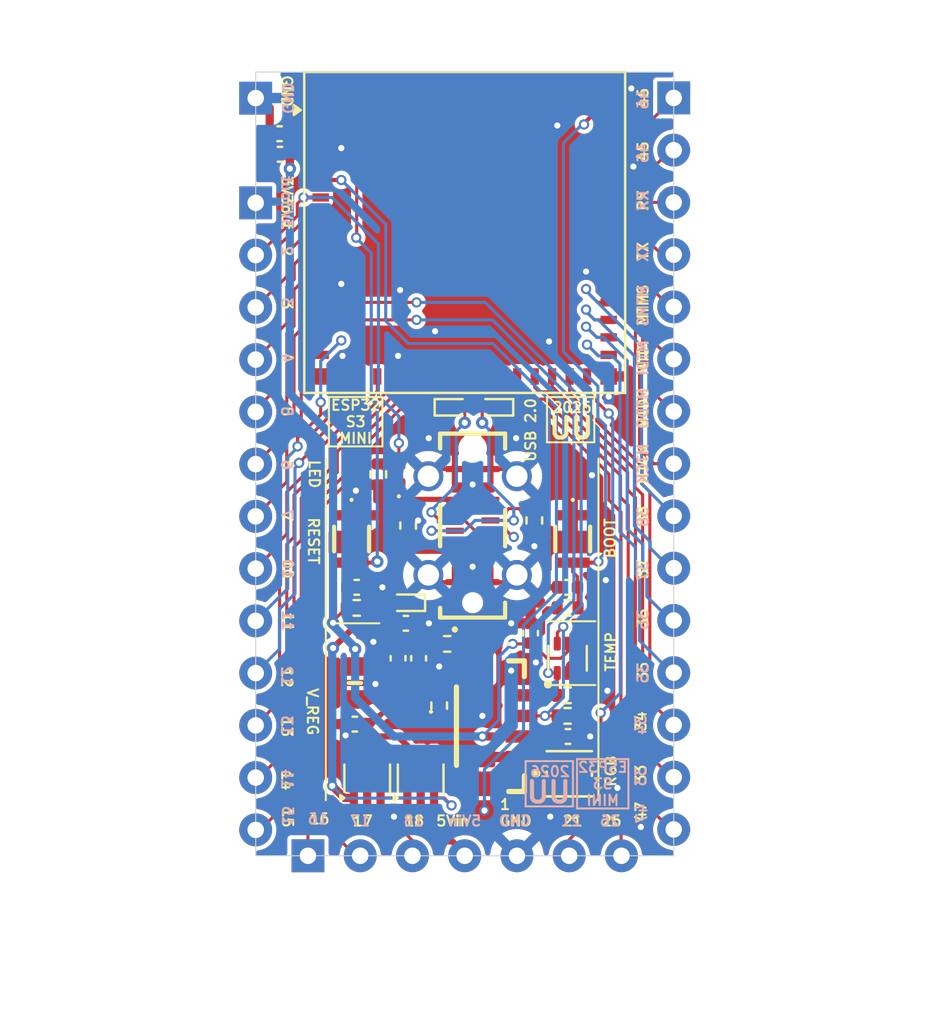
<source format=kicad_pcb>
(kicad_pcb (version 20241229) (generator "pcbnew") (generator_version "9.0")
  (layers (0 "F.Cu" signal) (2 "B.Cu" signal) (13 "F.Paste" user) (15 "B.Paste" user) (5 "F.SilkS" user "F.Silkscreen") (7 "B.SilkS" user "B.Silkscreen") (1 "F.Mask" user) (3 "B.Mask" user) (25 "Edge.Cuts" user))
  (net 0 "")
  (net 1 "GND")
  (net 2 "VSYS")
  (net 3 "IO34")
  (net 4 "IO1")
  (net 5 "IO36")
  (net 6 "IO35")
  (net 7 "LED")
  (net 8 "Net-(D5-K)")
  (net 9 "IO37")
  (net 10 "3V3")
  (net 11 "Net-(IC1-PG)")
  (net 13 "Net-(J2-CC1)")
  (net 14 "Net-(J2-CC2)")
  (net 15 "SCL")
  (net 18 "Net-(D4-A)")
  (net 19 "SDA")
  (net 20 "D+")
  (net 21 "RGB")
  (net 23 "RX")
  (net 24 "TX")
  (net 25 "MTMS")
  (net 26 "MTDI")
  (net 27 "MTDO")
  (net 28 "MTCK")
  (net 31 "D-")
  (net 32 "Net-(S1-NO)")
  (net 33 "Net-(S2-NO)")
  (net 34 "Net-(IC1-SW)")
  (net 35 "IO7")
  (net 36 "IO14")
  (net 37 "IO17")
  (net 38 "IO3")
  (net 39 "IO18")
  (net 40 "IO10")
  (net 41 "IO13")
  (net 42 "IO4")
  (net 43 "IO12")
  (net 44 "IO6")
  (net 45 "IO11")
  (net 46 "IO5")
  (net 47 "IO15")
  (net 48 "IO16")
  (net 49 "IO33")
  (net 50 "IO26")
  (net 51 "IO21")
  (net 52 "IO45")
  (net 53 "IO46")
  (net 54 "IO38")
  (net 55 "IO47")
  (net 58 "V_USB")
  (net 61 "5V")
  (footprint "Capacitor_SMD:C_0402_1005Metric" (layer "F.Cu") (at 187.42 145.3)
    (property "Reference" "C11" (hide yes))
    (property "Value" "0u1F" (hide yes))
  )
  (footprint "PCM_SparkFun-Resistor:R_0402_1005Metric" (layer "F.Cu") (at 187.4 143.3 180)
    (property "Reference" "R14")
    (property "Value" "4k7")
  )
  (footprint "Castellated:Castellated_1x07_P2.54mm_D0.80mm" (layer "F.Cu") (at 182.4 151.1 90)
    (property "Reference" "J1" (hide yes))
    (property "Value" "Castellated_1x07" (hide yes))
  )
  (footprint "Diode_SMD:D_SOD-923" (layer "F.Cu") (at 183.9 129.3 180)
    (property "Reference" "D7" (hide yes))
    (property "Value" "ESD9101P2T5G" (hide yes))
  )
  (footprint "Diode_SMD:D_SOD-923" (layer "F.Cu") (at 181.8 129.3)
    (property "Reference" "D8" (hide yes))
    (property "Value" "ESD9101P2T5G" (hide yes))
  )
  (footprint "ESP32:INDC1608X75N" (layer "F.Cu") (at 177.06 142.7 90)
    (property "Reference" "L1" (hide yes))
    (property "Value" "TFM160808ALC-R47MTAA" (hide yes))
  )
  (footprint "Capacitor_SMD:C_0402_1005Metric" (layer "F.Cu") (at 187.4 138.05 180)
    (property "Reference" "C12" (hide yes))
    (property "Value" "0u1F")
  )
  (footprint "PCM_SparkFun-LED:WS2812_2020" (layer "F.Cu") (at 187.485 147.115 180)
    (property "Reference" "D6")
    (property "Value" "WS2812B")
  )
  (footprint "PCM_SparkFun-Capacitor:C_0402_1005Metric" (layer "F.Cu") (at 177.06 144.7 180)
    (property "Reference" "C5")
    (property "Value" "10uF")
  )
  (footprint "LED_SMD:LED_0402_1005Metric" (layer "F.Cu") (at 183.46 140.8 180)
    (property "Reference" "D4" (hide yes))
    (property "Value" "LED")
  )
  (footprint "PCM_SparkFun-Resistor:R_0402_1005Metric" (layer "F.Cu") (at 185.785 134.8 -90)
    (property "Reference" "R4")
    (property "Value" "5k1")
  )
  (footprint "Castellated:Castellated_1x15_P2.54mm_D0.80mm" (layer "F.Cu") (at 192.56 132.04)
    (property "Reference" "J6" (hide yes))
    (property "Value" "Castellated_1x15" (hide yes))
  )
  (footprint "Castellated:Castellated_1x13_P2.54mm_D0.80mm" (layer "F.Cu") (at 172.24 134.6)
    (property "Reference" "J5" (hide yes))
    (property "Value" "Castellated_1x13" (hide yes))
  )
  (footprint "LED_SMD:LED_0402_1005Metric" (layer "F.Cu") (at 179.2 132.535 90)
    (property "Reference" "D5" (hide yes))
    (property "Value" "LED")
  )
  (footprint "PCM_SparkFun-Resistor:R_0402_1005Metric" (layer "F.Cu") (at 178.2 132.56 -90)
    (property "Reference" "R12")
    (property "Value" "2k2")
  )
  (footprint "PCM_SparkFun-Resistor:R_0402_1005Metric" (layer "F.Cu") (at 177.15 139.05)
    (property "Reference" "R13")
    (property "Value" "10k")
  )
  (footprint "Capacitor_SMD:C_0402_1005Metric" (layer "F.Cu") (at 179.54 139.8)
    (property "Reference" "C9" (hide yes))
    (property "Value" "4u7F" (hide yes))
  )
  (footprint "PCM_SparkFun-Connector:JST_1x04_P1.0mm_Vertical_SMD" (layer "F.Cu") (at 183.65 144.8 90)
    (property "Reference" "J3")
    (property "Value" "Qwiic_Vertical")
  )
  (footprint "PCM_SparkFun-Capacitor:C_0402_1005Metric" (layer "F.Cu") (at 185.6 140.28 90)
    (property "Reference" "C14")
    (property "Value" "10nF")
  )
  (footprint "PCM_SparkFun-Resistor:R_0402_1005Metric" (layer "F.Cu") (at 187.4 144.3 180)
    (property "Reference" "R16")
    (property "Value" "4k7")
  )
  (footprint "PCM_SparkFun-Resistor:R_0402_1005Metric" (layer "F.Cu") (at 179.65 135.05 90)
    (property "Reference" "R5")
    (property "Value" "5k1")
  )
  (footprint "Diode_SMD:D_SOD-923" (layer "F.Cu") (at 179.615 138.8 180)
    (property "Reference" "D1" (hide yes))
    (property "Value" "ESD9B5.0ST5G" (hide yes))
  )
  (footprint "RF_Module:ESP32-S2-MINI-1U" (layer "F.Cu") (at 182.4 120.8)
    (property "Reference" "U1" (hide yes))
    (property "Value" "ESP32-S3-MINI-1U")
  )
  (footprint "PCM_SparkFun-Capacitor:C_0402_1005Metric" (layer "F.Cu") (at 173.42 117 180)
    (property "Reference" "C4")
    (property "Value" "0u1F")
  )
  (footprint "PCM_SparkFun-Resistor:R_0402_1005Metric" (layer "F.Cu") (at 181.16 143.8 -90)
    (property "Reference" "R1" (hide yes))
    (property "Value" "100k")
  )
  (footprint "Package_TO_SOT_SMD:SOT-363_SC-70-6" (layer "F.Cu") (at 180.26 147.4 90)
    (property "Reference" "U3" (hide yes))
    (property "Value" "LM66100DCK" (hide yes))
  )
  (footprint "PCM_SparkFun-Capacitor:C_0402_1005Metric" (layer "F.Cu") (at 179.16 141.5 90)
    (property "Reference" "C1")
    (property "Value" "10uF")
  )
  (footprint "Package_TO_SOT_SMD:SOT-363_SC-70-6" (layer "F.Cu") (at 177.66 147.4 90)
    (property "Reference" "U2" (hide yes))
    (property "Value" "LM66100DCK" (hide yes))
  )
  (footprint "ESP32:NANOT160AS" (layer "F.Cu") (at 176.9 135.7 -90)
    (property "Reference" "S1" (hide yes))
    (property "Value" "NANOT160AS" (hide yes))
  )
  (footprint "Capacitor_SMD:C_0402_1005Metric" (layer "F.Cu") (at 177.15 138.05)
    (property "Reference" "C10" (hide yes))
    (property "Value" "0u1F" (hide yes))
  )
  (footprint "PCM_SparkFun-Resistor:R_0402_1005Metric" (layer "F.Cu") (at 181.55 140.8)
    (property "Reference" "R11")
    (property "Value" "2k2")
  )
  (footprint "PCM_SparkFun-Semiconductor-Standard:SOT-563" (layer "F.Cu") (at 187.4 141.5 90)
    (property "Reference" "U4")
    (property "Value" "TMP102")
  )
  (footprint "PCM_SparkFun-Resistor:R_0402_1005Metric" (layer "F.Cu") (at 187.4 139.05)
    (property "Reference" "R17")
    (property "Value" "10k")
  )
  (footprint "Castellated:Castellated_1x01_P2.54mm_D0.80mm" (layer "F.Cu") (at 172.24 114.27)
    (property "Reference" "J4" (hide yes))
    (property "Value" "Castellated_1x01" (hide yes))
  )
  (footprint "PCM_SparkFun-Capacitor:C_0402_1005Metric" (layer "F.Cu") (at 173.4 116 180)
    (property "Reference" "C3")
    (property "Value" "22uF")
  )
  (footprint "PCM_SparkFun-Capacitor:C_0402_1005Metric" (layer "F.Cu") (at 180.16 141.5 90)
    (property "Reference" "C2" (hide yes))
    (property "Value" "10uF")
  )
  (footprint "ESP32:USB412003C" (layer "F.Cu") (at 182.785 135.05 90)
    (property "Reference" "J2" (hide yes))
    (property "Value" "USB4120-03-C" (hide yes))
  )
  (footprint "ESP32:NANOT160AS" (layer "F.Cu") (at 187.65 135.7 -90)
    (property "Reference" "S2" (hide yes))
    (property "Value" "NANOT160AS" (hide yes))
  )
  (footprint "ESP32:TPS6282533DMQR" (layer "F.Cu") (at 179.41 143.6 180)
    (property "Reference" "IC1" (hide yes))
    (property "Value" "TPS6282533DMQR" (hide yes))
  )
  (gr_line (start 188.7 131) (end 186.4 131) (stroke (width 0.1)) (layer "F.SilkS"))
  (gr_line (start 178.4 128.8) (end 175.8 128.8) (stroke (width 0.1)) (layer "F.SilkS"))
  (gr_line (start 186.45 139.7) (end 188.75 139.7) (stroke (width 0.1)) (layer "F.SilkS"))
  (gr_line (start 178.4 131.2) (end 178.4 128.8) (stroke (width 0.1)) (layer "F.SilkS"))
  (gr_line (start 186.4 128.8) (end 188.7 128.8) (stroke (width 0.1)) (layer "F.SilkS"))
  (gr_line (start 175.95 139.8) (end 178.25 139.8) (stroke (width 0.1)) (layer "F.SilkS"))
  (gr_line (start 186.45 142.8) (end 188.75 142.8) (stroke (width 0.1)) (layer "F.SilkS"))
  (gr_line (start 188.9 131.8) (end 188.9 148.4) (stroke (width 0.1)) (layer "F.SilkS"))
  (gr_line (start 186.4 131) (end 186.4 128.8) (stroke (width 0.1)) (layer "F.SilkS"))
  (gr_line (start 175.8 128.8) (end 175.8 131.2) (stroke (width 0.1)) (layer "F.SilkS"))
  (gr_line (start 175.65 131.8) (end 175.65 148.4) (stroke (width 0.1)) (layer "F.SilkS"))
  (gr_line (start 188.7 128.8) (end 188.7 131) (stroke (width 0.1)) (layer "F.SilkS"))
  (gr_line (start 175.8 131.2) (end 178.4 131.2) (stroke (width 0.1)) (layer "F.SilkS"))
  (gr_line (start 185.36 148.7) (end 187.66 148.7) (stroke (width 0.1)) (layer "B.SilkS"))
  (gr_line (start 187.86 148.8) (end 187.86 146.4) (stroke (width 0.1)) (layer "B.SilkS"))
  (gr_line (start 187.86 146.4) (end 190.36 146.4) (stroke (width 0.1)) (layer "B.SilkS"))
  (gr_line (start 187.66 148.7) (end 187.66 146.5) (stroke (width 0.1)) (layer "B.SilkS"))
  (gr_line (start 190.36 148.8) (end 187.86 148.8) (stroke (width 0.1)) (layer "B.SilkS"))
  (gr_line (start 185.36 146.5) (end 185.36 148.7) (stroke (width 0.1)) (layer "B.SilkS"))
  (gr_line (start 190.36 146.4) (end 190.36 148.8) (stroke (width 0.1)) (layer "B.SilkS"))
  (gr_line (start 187.66 146.5) (end 185.36 146.5) (stroke (width 0.1)) (layer "B.SilkS"))
  (gr_line (start 192.56 151.1) (end 192.56 113) (stroke (width 0.05)) (layer "Edge.Cuts"))
  (gr_line (start 172.24 151.1) (end 172.24 113) (stroke (width 0.05)) (layer "Edge.Cuts"))
  (gr_line (start 192.56 113) (end 172.24 113) (stroke (width 0.05)) (layer "Edge.Cuts"))
  (gr_line (start 172.24 151.1) (end 192.56 151.1) (stroke (width 0.05)) (layer "Edge.Cuts"))
  (gr_text "14\n" (at 173.46 146.9 270) (layer "F.SilkS") (effects (font (size 0.5 0.5) (thickness 0.1)) (justify left bottom)))
  (gr_text "MTDI" (at 191.36 127.8 90) (layer "F.SilkS") (effects (font (size 0.5 0.5) (thickness 0.1)) (justify left bottom)))
  (gr_text "2" (at 173.46 121.4 270) (layer "F.SilkS") (effects (font (size 0.5 0.5) (thickness 0.1)) (justify left bottom)))
  (gr_text "7" (at 173.46 134.3 270) (layer "F.SilkS") (effects (font (size 0.5 0.5) (thickness 0.1)) (justify left bottom)))
  (gr_text "35" (at 191.36 142.7 90) (layer "F.SilkS") (effects (font (size 0.5 0.5) (thickness 0.1)) (justify left bottom)))
  (gr_text "11" (at 173.5 139.2 270) (layer "F.SilkS") (effects (font (size 0.5 0.5) (thickness 0.1)) (justify left bottom)))
  (gr_text "16" (at 174.8 149.6 0) (layer "F.SilkS") (effects (font (size 0.5 0.5) (thickness 0.1)) (justify left bottom)))
  (gr_text "5" (at 173.46 129.2 270) (layer "F.SilkS") (effects (font (size 0.5 0.5) (thickness 0.1)) (justify left bottom)))
  (gr_text "RESET" (at 174.76 134.6 270) (layer "F.SilkS") (effects (font (size 0.5 0.5) (thickness 0.1)) (justify left bottom)))
  (gr_text "26" (at 189 149.7 0) (layer "F.SilkS") (effects (font (size 0.5 0.5) (thickness 0.1)) (justify left bottom)))
  (gr_text "45" (at 191.36 117.4 90) (layer "F.SilkS") (effects (font (size 0.5 0.5) (thickness 0.1)) (justify left bottom)))
  (gr_text "46" (at 191.36 114.8 90) (layer "F.SilkS") (effects (font (size 0.5 0.5) (thickness 0.1)) (justify left bottom)))
  (gr_text "MTMS" (at 191.36 125.4 90) (layer "F.SilkS") (effects (font (size 0.5 0.5) (thickness 0.1)) (justify left bottom)))
  (gr_text "1" (at 184.06 148.9 0) (layer "F.SilkS") (effects (font (size 0.5 0.5) (thickness 0.1)) (justify left bottom)))
  (gr_text "47" (at 191.26 149.5 90) (layer "F.SilkS") (effects (font (size 0.5 0.5) (thickness 0.1)) (justify left bottom)))
  (gr_text "3" (at 173.46 124 270) (layer "F.SilkS") (effects (font (size 0.5 0.5) (thickness 0.1)) (justify left bottom)))
  (gr_text "10\n" (at 173.5 136.6 270) (layer "F.SilkS") (effects (font (size 0.5 0.5) (thickness 0.1)) (justify left bottom)))
  (gr_text "12" (at 173.46 141.9 270) (layer "F.SilkS") (effects (font (size 0.5 0.5) (thickness 0.1)) (justify left bottom)))
  (gr_text "21" (at 187.1 149.7 0) (layer "F.SilkS") (effects (font (size 0.5 0.5) (thickness 0.1)) (justify left bottom)))
  (gr_text "18" (at 179.4 149.7 0) (layer "F.SilkS") (effects (font (size 0.5 0.5) (thickness 0.1)) (justify left bottom)))
  (gr_text "MTDO" (at 191.36 130.4 90) (layer "F.SilkS") (effects (font (size 0.5 0.5) (thickness 0.1)) (justify left bottom)))
  (gr_text "37" (at 191.36 137.7 90) (layer "F.SilkS") (effects (font (size 0.5 0.5) (thickness 0.1)) (justify left bottom)))
  (gr_text "3V3out\n\n" (at 172.66 118 270) (layer "F.SilkS") (effects (font (size 0.5 0.5) (thickness 0.1)) (justify left bottom)))
  (gr_text "2026" (at 186.6 129.6 0) (layer "F.SilkS") (effects (font (size 0.5 0.5) (thickness 0.1) (bold yes)) (justify left bottom)))
  (gr_text "LED" (at 174.8 131.8 270) (layer "F.SilkS") (effects (font (size 0.5 0.5) (thickness 0.1)) (justify left bottom)))
  (gr_text "RGB" (at 189.8 147.8 90) (layer "F.SilkS") (effects (font (size 0.5 0.5) (thickness 0.1)) (justify left bottom)))
  (gr_text "TX" (at 191.36 122.2 90) (layer "F.SilkS") (effects (font (size 0.5 0.5) (thickness 0.1)) (justify left bottom)))
  (gr_text "GND\n" (at 173.46 113.1 270) (layer "F.SilkS") (effects (font (size 0.5 0.5) (thickness 0.1)) (justify left bottom)))
  (gr_text "36" (at 191.36 140.1 90) (layer "F.SilkS") (effects (font (size 0.5 0.5) (thickness 0.1)) (justify left bottom)))
  (gr_text "TEMP" (at 189.8 142.2 90) (layer "F.SilkS") (effects (font (size 0.5 0.5) (thickness 0.1)) (justify left bottom)))
  (gr_text "MTCK" (at 191.36 133.1 90) (layer "F.SilkS") (effects (font (size 0.5 0.5) (thickness 0.1)) (justify left bottom)))
  (gr_text "38" (at 191.36 135.1 90) (layer "F.SilkS") (effects (font (size 0.5 0.5) (thickness 0.1)) (justify left bottom)))
  (gr_text "15" (at 173.5 148.7 270) (layer "F.SilkS") (effects (font (size 0.5 0.5) (thickness 0.1)) (justify left bottom)))
  (gr_text "4" (at 173.46 126.6 270) (layer "F.SilkS") (effects (font (size 0.5 0.5) (thickness 0.1)) (justify left bottom)))
  (gr_text "5Vin\n" (at 180.96 149.7 0) (layer "F.SilkS") (effects (font (size 0.5 0.5) (thickness 0.1)) (justify left bottom)))
  (gr_text "34" (at 191.26 145.1 90) (layer "F.SilkS") (effects (font (size 0.5 0.5) (thickness 0.1)) (justify left bottom)))
  (gr_text "13" (at 173.46 144.3 270) (layer "F.SilkS") (effects (font (size 0.5 0.5) (thickness 0.1)) (justify left bottom)))
  (gr_text "GND" (at 184.06 149.7 0) (layer "F.SilkS") (effects (font (size 0.5 0.5) (thickness 0.1)) (justify left bottom)))
  (gr_text "17" (at 176.9 149.7 0) (layer "F.SilkS") (effects (font (size 0.5 0.5) (thickness 0.1)) (justify left bottom)))
  (gr_text "ESP32\nS3\nMINI" (at 177.1 131.1 0) (layer "F.SilkS") (effects (font (size 0.5 0.5) (thickness 0.1) (bold yes)) (justify bottom)))
  (gr_text "USB 2.0" (at 185.9 132 90) (layer "F.SilkS") (effects (font (size 0.5 0.5) (thickness 0.1)) (justify left bottom)))
  (gr_text "6" (at 173.46 131.8 270) (layer "F.SilkS") (effects (font (size 0.5 0.5) (thickness 0.1)) (justify left bottom)))
  (gr_text "RX" (at 191.36 119.8 90) (layer "F.SilkS") (effects (font (size 0.5 0.5) (thickness 0.1)) (justify left bottom)))
  (gr_text "BOOT" (at 189.76 136.7 90) (layer "F.SilkS") (effects (font (size 0.5 0.5) (thickness 0.1)) (justify left bottom)))
  (gr_text "33" (at 191.26 147.7 90) (layer "F.SilkS") (effects (font (size 0.5 0.5) (thickness 0.1)) (justify left bottom)))
  (gr_text "V_REG" (at 174.71 142.9 270) (layer "F.SilkS") (effects (font (size 0.5 0.5) (thickness 0.1)) (justify left bottom)))
  (gr_text "UU" (at 186.4 130.9 0) (layer "F.SilkS") (effects (font (size 1 1) (thickness 0.2) (bold yes)) (justify left bottom)))
  (gr_text "5" (at 173.46 129.8 270) (layer "B.SilkS") (effects (font (size 0.5 0.5) (thickness 0.1)) (justify left bottom mirror)))
  (gr_text "21" (at 188.1 149.7 0) (layer "B.SilkS") (effects (font (size 0.5 0.5) (thickness 0.1)) (justify left bottom mirror)))
  (gr_text "38" (at 191.36 134.1 90) (layer "B.SilkS") (effects (font (size 0.5 0.5) (thickness 0.1)) (justify left bottom mirror)))
  (gr_text "26" (at 190 149.7 0) (layer "B.SilkS") (effects (font (size 0.5 0.5) (thickness 0.1)) (justify left bottom mirror)))
  (gr_text "2026" (at 187.56 147.3 0) (layer "B.SilkS") (effects (font (size 0.5 0.5) (thickness 0.1) (bold yes)) (justify left bottom mirror)))
  (gr_text "16" (at 175.8 149.6 0) (layer "B.SilkS") (effects (font (size 0.5 0.5) (thickness 0.1)) (justify left bottom mirror)))
  (gr_text "GND\n" (at 173.5 115.1 270) (layer "B.SilkS") (effects (font (size 0.5 0.5) (thickness 0.1)) (justify left bottom mirror)))
  (gr_text "GND" (at 185.66 149.7 0) (layer "B.SilkS") (effects (font (size 0.5 0.5) (thickness 0.1)) (justify left bottom mirror)))
  (gr_text "TX" (at 191.36 121.3 90) (layer "B.SilkS") (effects (font (size 0.5 0.5) (thickness 0.1)) (justify left bottom mirror)))
  (gr_text "18" (at 180.46 149.7 0) (layer "B.SilkS") (effects (font (size 0.5 0.5) (thickness 0.1)) (justify left bottom mirror)))
  (gr_text "47" (at 191.3 148.5 90) (layer "B.SilkS") (effects (font (size 0.5 0.5) (thickness 0.1)) (justify left bottom mirror)))
  (gr_text "12" (at 173.46 142.9 270) (layer "B.SilkS") (effects (font (size 0.5 0.5) (thickness 0.1)) (justify left bottom mirror)))
  (gr_text "15" (at 173.5 149.7 270) (layer "B.SilkS") (effects (font (size 0.5 0.5) (thickness 0.1)) (justify left bottom mirror)))
  (gr_text "3V3out" (at 173.46 120.7 270) (layer "B.SilkS") (effects (font (size 0.5 0.5) (thickness 0.1)) (justify left bottom mirror)))
  (gr_text "4" (at 173.46 127.2 270) (layer "B.SilkS") (effects (font (size 0.5 0.5) (thickness 0.1)) (justify left bottom mirror)))
  (gr_text "45" (at 191.36 116.4 90) (layer "B.SilkS") (effects (font (size 0.5 0.5) (thickness 0.1)) (justify left bottom mirror)))
  (gr_text "RX" (at 191.36 118.7 90) (layer "B.SilkS") (effects (font (size 0.5 0.5) (thickness 0.1)) (justify left bottom mirror)))
  (gr_text "6" (at 173.46 132.4 270) (layer "B.SilkS") (effects (font (size 0.5 0.5) (thickness 0.1)) (justify left bottom mirror)))
  (gr_text "46" (at 191.36 113.8 90) (layer "B.SilkS") (effects (font (size 0.5 0.5) (thickness 0.1)) (justify left bottom mirror)))
  (gr_text "MTDO" (at 191.36 128.3 90) (layer "B.SilkS") (effects (font (size 0.5 0.5) (thickness 0.1)) (justify left bottom mirror)))
  (gr_text "5Vin\n" (at 183.26 149.7 0) (layer "B.SilkS") (effects (font (size 0.5 0.5) (thickness 0.1)) (justify left bottom mirror)))
  (gr_text "36" (at 191.36 139.1 90) (layer "B.SilkS") (effects (font (size 0.5 0.5) (thickness 0.1)) (justify left bottom mirror)))
  (gr_text "10\n" (at 173.5 137.7 270) (layer "B.SilkS") (effects (font (size 0.5 0.5) (thickness 0.1)) (justify left bottom mirror)))
  (gr_text "17" (at 177.86 149.7 0) (layer "B.SilkS") (effects (font (size 0.5 0.5) (thickness 0.1)) (justify left bottom mirror)))
  (gr_text "35" (at 191.36 141.7 90) (layer "B.SilkS") (effects (font (size 0.5 0.5) (thickness 0.1)) (justify left bottom mirror)))
  (gr_text "33" (at 191.26 146.7 90) (layer "B.SilkS") (effects (font (size 0.5 0.5) (thickness 0.1)) (justify left bottom mirror)))
  (gr_text "11" (at 173.5 140.2 270) (layer "B.SilkS") (effects (font (size 0.5 0.5) (thickness 0.1)) (justify left bottom mirror)))
  (gr_text "3" (at 173.46 124.5 270) (layer "B.SilkS") (effects (font (size 0.5 0.5) (thickness 0.1)) (justify left bottom mirror)))
  (gr_text "13" (at 173.46 145.3 270) (layer "B.SilkS") (effects (font (size 0.5 0.5) (thickness 0.1)) (justify left bottom mirror)))
  (gr_text "14\n" (at 173.46 147.9 270) (layer "B.SilkS") (effects (font (size 0.5 0.5) (thickness 0.1)) (justify left bottom mirror)))
  (gr_text "7" (at 173.46 134.8 270) (layer "B.SilkS") (effects (font (size 0.5 0.5) (thickness 0.1)) (justify left bottom mirror)))
  (gr_text "MTMS" (at 191.36 123.3 90) (layer "B.SilkS") (effects (font (size 0.5 0.5) (thickness 0.1)) (justify left bottom mirror)))
  (gr_text "UU" (at 187.66 148.6 0) (layer "B.SilkS") (effects (font (size 1 1) (thickness 0.2) (bold yes)) (justify left bottom mirror)))
  (gr_text "ESP32\nS3\nMINI" (at 189.11 148.7 0) (layer "B.SilkS") (effects (font (size 0.5 0.5) (thickness 0.1)) (justify bottom mirror)))
  (gr_text "2" (at 173.46 122 270) (layer "B.SilkS") (effects (font (size 0.5 0.5) (thickness 0.1)) (justify left bottom mirror)))
  (gr_text "34" (at 191.26 144.2 90) (layer "B.SilkS") (effects (font (size 0.5 0.5) (thickness 0.1)) (justify left bottom mirror)))
  (gr_text "MTDI" (at 191.36 126 90) (layer "B.SilkS") (effects (font (size 0.5 0.5) (thickness 0.1)) (justify left bottom mirror)))
  (gr_text "37" (at 191.36 136.7 90) (layer "B.SilkS") (effects (font (size 0.5 0.5) (thickness 0.1)) (justify left bottom mirror)))
  (gr_text "MTCK" (at 191.36 131 90) (layer "B.SilkS") (effects (font (size 0.5 0.5) (thickness 0.1)) (justify left bottom mirror)))
  (segment (start 176.58 144.7) (end 175.76 144.7) (width 0.3) (layer "F.Cu") (net 1))
  (segment (start 187.4 141.8) (end 187.9 141.3) (width 0.15) (layer "F.Cu") (net 1))
  (segment (start 178.36 140.7) (end 178.68 141.02) (width 0.3) (layer "F.Cu") (net 1))
  (segment (start 172.92 116.98) (end 172.94 117) (width 0.4) (layer "F.Cu") (net 1))
  (segment (start 174.4 113.8) (end 175.4 113.8) (width 0.4) (layer "F.Cu") (net 1))
  (segment (start 181.92 132.3) (end 180.985 132.3) (width 0.2) (layer "F.Cu") (net 1))
  (segment (start 181.92 137.8) (end 180.985 137.8) (width 0.2) (layer "F.Cu") (net 1))
  (segment (start 185.2 149.7) (end 181.010001 149.7) (width 0.15) (layer "F.Cu") (net 1))
  (segment (start 174.51 114.85) (end 173.93 114.27) (width 0.4) (layer "F.Cu") (net 1))
  (segment (start 177.66 138.08) (end 177.63 138.05) (width 0.2) (layer "F.Cu") (net 1))
  (segment (start 178.96 143.1) (end 178.41 143.1) (width 0.2) (layer "F.Cu") (net 1))
  (segment (start 178.4 138.05) (end 177.63 138.05) (width 0.2) (layer "F.Cu") (net 1))
  (segment (start 177.66 148.949999) (end 177.66 148.2875) (width 0.15) (layer "F.Cu") (net 1))
  (segment (start 176.4 126.8) (end 175.4 127.8) (width 0.2) (layer "F.Cu") (net 1))
  (segment (start 185.161 146.3) (end 185.161 149.661) (width 0.2) (layer "F.Cu") (net 1))
  (segment (start 178.41 143.1) (end 178.06 142.75) (width 0.2) (layer "F.Cu") (net 1))
  (segment (start 176.58 145.22) (end 176.61 145.25) (width 0.3) (layer "F.Cu") (net 1))
  (segment (start 172.92 116) (end 172.92 114.739) (width 0.4) (layer "F.Cu") (net 1))
  (segment (start 175.76 144.7) (end 175.66 144.6) (width 0.3) (layer "F.Cu") (net 1))
  (segment (start 183.55 137.05) (end 183.65 137.15) (width 0.2) (layer "F.Cu") (net 1))
  (segment (start 185.161 149.661) (end 185.2 149.7) (width 0.2) (layer "F.Cu") (net 1))
  (segment (start 184.32 130.22) (end 184.9 130.8) (width 0.2) (layer "F.Cu") (net 1))
  (segment (start 183.65 137.8) (end 184.585 137.8) (width 0.2) (layer "F.Cu") (net 1))
  (segment (start 175.66 143.15) (end 176.06 142.75) (width 0.3) (layer "F.Cu") (net 1))
  (segment (start 186.5 126.1) (end 187.3 126.9) (width 0.15) (layer "F.Cu") (net 1))
  (segment (start 184.66 139.8) (end 184.36 139.8) (width 0.3) (layer "F.Cu") (net 1))
  (segment (start 178.06 142.75) (end 178.0455 142.75) (width 0.2) (layer "F.Cu") (net 1))
  (segment (start 172.92 116) (end 172.92 116.98) (width 0.4) (layer "F.Cu") (net 1))
  (segment (start 180.049993 134.8) (end 179.789993 134.54) (width 0.4) (layer "F.Cu") (net 1))
  (segment (start 184.66 139.6) (end 186.21 138.05) (width 0.3) (layer "F.Cu") (net 1))
  (segment (start 186.21 138.05) (end 186.92 138.05) (width 0.3) (layer "F.Cu") (net 1))
  (segment (start 178.86 149.3) (end 178.010001 149.3) (width 0.15) (layer "F.Cu") (net 1))
  (segment (start 186.57 149.15) (end 186.57 147.665) (width 0.15) (layer "F.Cu") (net 1))
  (segment (start 178.01 142.7) (end 176.11 142.7) (width 0.25) (layer "F.Cu") (net 1))
  (segment (start 182.05 137.05) (end 182.785 137.05) (width 0.2) (layer "F.Cu") (net 1))
  (segment (start 178.06 142.75) (end 178.01 142.7) (width 0.25) (layer "F.Cu") (net 1))
  (segment (start 178.96 149.2) (end 178.86 149.3) (width 0.15) (layer "F.Cu") (net 1))
  (segment (start 172.441 114.27) (end 173.93 114.27) (width 0.4) (layer "F.Cu") (net 1))
  (segment (start 184.32 129.3) (end 184.32 130.22) (width 0.2) (layer "F.Cu") (net 1))
  (segment (start 173.93 114.27) (end 174.4 113.8) (width 0.4) (layer "F.Cu") (net 1))
  (segment (start 176.61 145.25) (end 176.51 145.25) (width 0.3) (layer "F.Cu") (net 1))
  (segment (start 186.56 149.2) (end 186.56 149.16) (width 0.15) (layer "F.Cu") (net 1))
  (segment (start 180.136646 134.8) (end 180.049993 134.8) (width 0.4) (layer "F.Cu") (net 1))
  (segment (start 182.785 137.05) (end 183.55 137.05) (width 0.2) (layer "F.Cu") (net 1))
  (segment (start 184.585 132.3) (end 184.935 132.65) (width 0.2) (layer "F.Cu") (net 1))
  (segment (start 185.785 135.31) (end 185.785 136.05) (width 0.2) (layer "F.Cu") (net 1))
  (segment (start 180.985 137.8) (end 180.635 137.45) (width 0.2) (layer "F.Cu") (net 1))
  (segment (start 177.11 133.35) (end 177.39 133.07) (width 0.15) (layer "F.Cu") (net 1))
  (segment (start 176.58 144.7) (end 176.58 145.22) (width 0.3) (layer "F.Cu") (net 1))
  (segment (start 178.010001 149.3) (end 177.66 148.949999) (width 0.15) (layer "F.Cu") (net 1))
  (segment (start 180.26 148.949999) (end 180.26 148.2875) (width 0.15) (layer "F.Cu") (net 1))
  (segment (start 186.06 149.7) (end 185.2 149.7) (width 0.15) (layer "F.Cu") (net 1))
  (segment (start 187.4 142.2125) (end 187.4 141.8) (width 0.15) (layer "F.Cu") (net 1))
  (segment (start 181.92 137.18) (end 182.05 137.05) (width 0.2) (layer "F.Cu") (net 1))
  (segment (start 175.4 114.85) (end 174.51 114.85) (width 0.4) (layer "F.Cu") (net 1))
  (segment (start 176.9 133.56) (end 177.11 133.35) (width 0.15) (layer "F.Cu") (net 1))
  (segment (start 183.945 140.215) (end 183.945 140.8) (width 0.3) (layer "F.Cu") (net 1))
  (segment (start 181.010001 149.7) (end 180.26 148.949999) (width 0.15) (layer "F.Cu") (net 1))
  (segment (start 178.68 141.02) (end 180.16 141.02) (width 0.3) (layer "F.Cu") (net 1))
  (segment (start 184.66 139.8) (end 184.66 139.6) (width 0.3) (layer "F.Cu") (net 1))
  (segment (start 188.5 126.9) (end 189.4 127.8) (width 0.15) (layer "F.Cu") (net 1))
  (segment (start 183.65 137.15) (end 183.65 137.8) (width 0.2) (layer "F.Cu") (net 1))
  (segment (start 184.66 139.8) (end 185.6 139.8) (width 0.3) (layer "F.Cu") (net 1))
  (segment (start 180.65 129.3) (end 180.65 130.8) (width 0.2) (layer "F.Cu") (net 1))
  (segment (start 180.985 132.3) (end 180.635 132.65) (width 0.2) (layer "F.Cu") (net 1))
  (segment (start 184.36 139.8) (end 183.945 140.215) (width 0.3) (layer "F.Cu") (net 1))
  (segment (start 187.9 145.3) (end 188.501 145.3) (width 0.3) (layer "F.Cu") (net 1))
  (segment (start 181.38 129.3) (end 180.65 129.3) (width 0.2) (layer "F.Cu") (net 1))
  (segment (start 186.56 149.16) (end 186.57 149.15) (width 0.15) (layer "F.Cu") (net 1))
  (segment (start 183.65 132.3) (end 184.585 132.3) (width 0.2) (layer "F.Cu") (net 1))
  (segment (start 175.66 144.6) (end 175.66 143.15) (width 0.3) (layer "F.Cu") (net 1))
  (segment (start 176.51 145.25) (end 176.58 145.18) (width 0.3) (layer "F.Cu") (net 1))
  (segment (start 179.789993 134.54) (end 179.535 134.54) (width 0.4) (layer "F.Cu") (net 1))
  (segment (start 181.92 137.8) (end 181.92 137.18) (width 0.2) (layer "F.Cu") (net 1))
  (segment (start 177.39 133.07) (end 178.2 133.07) (width 0.15) (layer "F.Cu") (net 1))
  (segment (start 176.11 142.7) (end 176.06 142.75) (width 0.25) (layer "F.Cu") (net 1))
  (segment (start 187.3 126.9) (end 188.5 126.9) (width 0.15) (layer "F.Cu") (net 1))
  (segment (start 178.06 142.75) (end 178.06 142.8) (width 0.25) (layer "F.Cu") (net 1))
  (segment (start 178.0455 142.75) (end 178.009 142.7135) (width 0.2) (layer "F.Cu") (net 1))
  (segment (start 176.9 134.55) (end 176.9 133.56) (width 0.15) (layer "F.Cu") (net 1))
  (segment (start 186.56 149.2) (end 186.06 149.7) (width 0.15) (layer "F.Cu") (net 1))
  (segment (start 181.92 132.3) (end 183.65 132.3) (width 0.2) (layer "F.Cu") (net 1))
  (segment (start 184.585 137.8) (end 184.935 137.45) (width 0.2) (layer "F.Cu") (net 1))
  (segment (start 177.96 140.7) (end 178.36 140.7) (width 0.3) (layer "F.Cu") (net 1))
  (segment (start 187.9 141.3) (end 187.9 140.7875) (width 0.15) (layer "F.Cu") (net 1))
  (via (at 180.96 125.6) (size 0.5) (drill 0.3) (layers "F.Cu" "B.Cu") (net 1))
  (via (at 176.61 145.25) (size 0.5) (drill 0.3) (layers "F.Cu" "B.Cu") (net 1))
  (via (at 178.06 142.75) (size 0.6) (drill 0.3) (layers "F.Cu" "B.Cu") (net 1))
  (via (at 188.585 132.6) (size 0.5) (drill 0.3) (layers "F.Cu" "B.Cu") (net 1))
  (via (at 183.26 144.3) (size 0.5) (drill 0.3) (layers "F.Cu" "B.Cu") (net 1))
  (via (at 184.66 142.1) (size 0.5) (drill 0.3) (layers "F.Cu" "B.Cu") (net 1))
  (via (at 189.338768 143.078768) (size 0.5) (drill 0.3) (layers "F.Cu" "B.Cu") (net 1))
  (via (at 176.4 116.7) (size 0.5) (drill 0.3) (layers "F.Cu" "B.Cu") (net 1))
  (via (at 186.9 115.6) (size 0.5) (drill 0.3) (layers "F.Cu" "B.Cu") (net 1))
  (via (at 186.56 149.2) (size 0.5) (drill 0.3) (layers "F.Cu" "B.Cu") (net 1))
  (via (at 180.66 139.8) (size 0.6) (drill 0.3) (layers "F.Cu" "B.Cu") (net 1))
  (via (at 190.96 149.7) (size 0.5) (drill 0.3) (layers "F.Cu" "B.Cu") (net 1))
  (via (at 178.4 138.05) (size 0.5) (drill 0.3) (layers "F.Cu" "B.Cu") (net 1))
  (via (at 179.16 126.8) (size 0.5) (drill 0.3) (layers "F.Cu" "B.Cu") (net 1))
  (via (at 179.26 123.6) (size 0.5) (drill 0.3) (layers "F.Cu" "B.Cu") (net 1))
  (via (at 189.26 137.7) (size 0.5) (drill 0.3) (layers "F.Cu" "B.Cu") (net 1))
  (via (at 184.9 130.8) (size 0.5) (drill 0.3) (layers "F.Cu" "B.Cu") (net 1))
  (via (at 190.5 113.8) (size 0.5) (drill 0.3) (layers "F.Cu" "B.Cu") (net 1))
  (via (at 184.66 139.8) (size 0.6) (drill 0.3) (layers "F.Cu" "B.Cu") (net 1))
  (via (at 178.96 149.2) (size 0.5) (drill 0.3) (layers "F.Cu" "B.Cu") (net 1))
  (via (at 185.785 136.05) (size 0.6) (drill 0.3) (layers "F.Cu" "B.Cu") (net 1))
  (via (at 181.16 141.9) (size 0.6) (drill 0.3) (layers "F.Cu" "B.Cu") (net 1))
  (via (at 177.96 140.7) (size 0.5) (drill 0.3) (layers "F.Cu" "B.Cu") (net 1))
  (via (at 190.6 117.6) (size 0.5) (drill 0.3) (layers "F.Cu" "B.Cu") (net 1))
  (via (at 176.4 123.3) (size 0.5) (drill 0.3) (layers "F.Cu" "B.Cu") (net 1))
  (via (at 186.5 126.1) (size 0.5) (drill 0.3) (layers "F.Cu" "B.Cu") (net 1))
  (via (at 180.136646 134.8) (size 0.5) (drill 0.3) (layers "F.Cu" "B.Cu") (net 1))
  (via (at 189.822 147.8) (size 0.5) (drill 0.3) (layers "F.Cu" "B.Cu") (net 1))
  (via (at 189.4 128.775) (size 0.5) (drill 0.3) (layers "F.Cu" "B.Cu") (net 1))
  (via (at 182.785 133.05) (size 0.6) (drill 0.3) (layers "F.Cu" "B.Cu") (net 1))
  (via (at 176.46 126.8) (size 0.5) (drill 0.3) (layers "F.Cu" "B.Cu") (net 1))
  (via (at 182.785 137.05) (size 0.6) (drill 0.3) (layers "F.Cu" "B.Cu") (net 1))
  (via (at 177.11 133.35) (size 0.5) (drill 0.3) (layers "F.Cu" "B.Cu") (net 1))
  (via (at 180.65 130.8) (size 0.5) (drill 0.3) (layers "F.Cu" "B.Cu") (net 1))
  (via (at 188.3 122.7) (size 0.6) (drill 0.3) (layers "F.Cu" "B.Cu") (net 1))
  (via (at 188.501 145.3) (size 0.5) (drill 0.3) (layers "F.Cu" "B.Cu") (net 1))
  (via (at 185.858768 141.701232) (size 0.5) (drill 0.3) (layers "F.Cu" "B.Cu") (net 1))
  (segment (start 177.54 145.299232) (end 177.54 144.7) (width 0.3) (layer "F.Cu") (net 2))
  (segment (start 178.46 144.1) (end 178.96 144.1) (width 0.25) (layer "F.Cu") (net 2))
  (segment (start 177.54 145.2) (end 177.64 145.3) (width 0.3) (layer "F.Cu") (net 2))
  (segment (start 180.95 144.1) (end 181.16 144.31) (width 0.15) (layer "F.Cu") (net 2))
  (segment (start 180.06 144.1) (end 180.95 144.1) (width 0.15) (layer "F.Cu") (net 2))
  (segment (start 179.16 145.3) (end 179.61 145.75) (width 0.3) (layer "F.Cu") (net 2))
  (segment (start 177.54 144.7) (end 177.54 145.2) (width 0.3) (layer "F.Cu") (net 2))
  (segment (start 177.54 144.7) (end 177.86 144.7) (width 0.25) (layer "F.Cu") (net 2))
  (segment (start 177.01 146.5125) (end 177.01 145.829232) (width 0.3) (layer "F.Cu") (net 2))
  (segment (start 177.64 145.3) (end 179.16 145.3) (width 0.3) (layer "F.Cu") (net 2))
  (segment (start 177.86 144.7) (end 178.46 144.1) (width 0.25) (layer "F.Cu") (net 2))
  (segment (start 180.06 144.1) (end 178.96 144.1) (width 0.25) (layer "F.Cu") (net 2))
  (segment (start 177.01 145.829232) (end 177.54 145.299232) (width 0.3) (layer "F.Cu") (net 2))
  (segment (start 179.61 145.75) (end 179.61 146.5125) (width 0.3) (layer "F.Cu") (net 2))
  (segment (start 191.4 143.58) (end 192.484 144.664) (width 0.15) (layer "F.Cu") (net 3))
  (segment (start 187.5 128.65) (end 191.024 132.174) (width 0.15) (layer "F.Cu") (net 3))
  (segment (start 191.024 132.174) (end 191.024 133.029306) (width 0.15) (layer "F.Cu") (net 3))
  (segment (start 191.024 133.029306) (end 191.4 133.405306) (width 0.15) (layer "F.Cu") (net 3))
  (segment (start 187.5 127.8) (end 187.5 128.65) (width 0.15) (layer "F.Cu") (net 3))
  (segment (start 191.4 133.405306) (end 191.4 143.58) (width 0.15) (layer "F.Cu") (net 3))
  (segment (start 175.4 118.25) (end 176.4 118.25) (width 0.2) (layer "F.Cu") (net 4))
  (via (at 176.4 118.25) (size 0.5) (drill 0.3) (layers "F.Cu" "B.Cu") (net 4))
  (via (at 183.36 148.9) (size 0.5) (drill 0.3) (layers "F.Cu" "B.Cu") (net 4))
  (segment (start 185.26 145) (end 185.26 139.9) (width 0.15) (layer "B.Cu") (net 4))
  (segment (start 183.36 146.9) (end 185.26 145) (width 0.15) (layer "B.Cu") (net 4))
  (segment (start 183.36 148.9) (end 183.36 146.9) (width 0.15) (layer "B.Cu") (net 4))
  (segment (start 176.41 118.25) (end 176.4 118.25) (width 0.15) (layer "B.Cu") (net 4))
  (segment (start 178.56 125.1) (end 178.56 120.4) (width 0.15) (layer "B.Cu") (net 4))
  (segment (start 185.26 139.9) (end 186.86 138.3) (width 0.15) (layer "B.Cu") (net 4))
  (segment (start 186.86 138.3) (end 186.86 129.3) (width 0.15) (layer "B.Cu") (net 4))
  (segment (start 186.86 129.3) (end 183.76 126.2) (width 0.15) (layer "B.Cu") (net 4))
  (segment (start 183.76 126.2) (end 179.66 126.2) (width 0.15) (layer "B.Cu") (net 4))
  (segment (start 178.56 120.4) (end 176.41 118.25) (width 0.15) (layer "B.Cu") (net 4))
  (segment (start 179.66 126.2) (end 178.56 125.1) (width 0.15) (layer "B.Cu") (net 4))
  (segment (start 189.4 125.9) (end 188.818177 125.9) (width 0.15) (layer "F.Cu") (net 5))
  (segment (start 188.818177 125.9) (end 188.299488 125.381311) (width 0.15) (layer "F.Cu") (net 5))
  (via (at 188.3 125.381823) (size 0.5) (drill 0.3) (layers "F.Cu" "B.Cu") (net 5))
  (segment (start 191.251 137.491) (end 191.251 138.491) (width 0.15) (layer "B.Cu") (net 5))
  (segment (start 188.818177 125.9) (end 189.16 125.9) (width 0.15) (layer "B.Cu") (net 5))
  (segment (start 191.251 138.491) (end 192.42 139.66) (width 0.15) (layer "B.Cu") (net 5))
  (segment (start 191.06 135.967777) (end 191.06 137.3) (width 0.15) (layer "B.Cu") (net 5))
  (segment (start 190.298 135.205777) (end 191.06 135.967777) (width 0.15) (layer "B.Cu") (net 5))
  (segment (start 189.16 125.9) (end 190.298 127.038) (width 0.15) (layer "B.Cu") (net 5))
  (segment (start 188.299488 125.381311) (end 188.818177 125.9) (width 0.15) (layer "B.Cu") (net 5))
  (segment (start 191.06 137.3) (end 191.251 137.491) (width 0.15) (layer "B.Cu") (net 5))
  (segment (start 192.42 139.66) (end 192.484 139.66) (width 0.15) (layer "B.Cu") (net 5))
  (segment (start 190.298 127.038) (end 190.298 135.205777) (width 0.15) (layer "B.Cu") (net 5))
  (segment (start 188.347135 126.254671) (end 188.39427 126.301806) (width 0.15) (layer "F.Cu") (net 6))
  (segment (start 189.35 126.8) (end 189.4 126.75) (width 0.15) (layer "F.Cu") (net 6))
  (segment (start 188.398194 126.301806) (end 188.896389 126.8) (width 0.15) (layer "F.Cu") (net 6))
  (segment (start 188.896389 126.8) (end 189.35 126.8) (width 0.15) (layer "F.Cu") (net 6))
  (segment (start 188.39427 126.301806) (end 188.398194 126.301806) (width 0.15) (layer "F.Cu") (net 6))
  (via (at 188.347135 126.254671) (size 0.5) (drill 0.3) (layers "F.Cu" "B.Cu") (net 6))
  (segment (start 190.698 136.102166) (end 190.698 137.445389) (width 0.15) (layer "B.Cu") (net 6))
  (segment (start 190.9 140.64) (end 192.46 142.2) (width 0.15) (layer "B.Cu") (net 6))
  (segment (start 190.9 137.647389) (end 190.9 140.64) (width 0.15) (layer "B.Cu") (net 6))
  (segment (start 190.698 137.445389) (end 190.9 137.647389) (width 0.15) (layer "B.Cu") (net 6))
  (segment (start 189.946999 135.351164) (end 190.698 136.102166) (width 0.15) (layer "B.Cu") (net 6))
  (segment (start 188.347135 126.254671) (end 188.892464 126.8) (width 0.15) (layer "B.Cu") (net 6))
  (segment (start 188.892464 126.8) (end 189.56 126.8) (width 0.15) (layer "B.Cu") (net 6))
  (segment (start 189.56 126.8) (end 189.947 127.187) (width 0.15) (layer "B.Cu") (net 6))
  (segment (start 189.947 135.05) (end 189.946999 135.351164) (width 0.15) (layer "B.Cu") (net 6))
  (segment (start 192.46 142.2) (end 192.484 142.2) (width 0.15) (layer "B.Cu") (net 6))
  (segment (start 189.947 127.187) (end 189.947 135.05) (width 0.15) (layer "B.Cu") (net 6))
  (segment (start 174.26 119.4) (end 174.26 120) (width 0.15) (layer "F.Cu") (net 7))
  (segment (start 175.4 119.1) (end 174.651299 119.1) (width 0.2) (layer "F.Cu") (net 7))
  (segment (start 174.26 119.4) (end 174.56 119.1) (width 0.15) (layer "F.Cu") (net 7))
  (segment (start 174.26 120) (end 172.37 121.89) (width 0.15) (layer "F.Cu") (net 7))
  (segment (start 179.2 132.215) (end 179.2 131.04) (width 0.15) (layer "F.Cu") (net 7))
  (segment (start 172.37 121.89) (end 172.316 121.89) (width 0.15) (layer "F.Cu") (net 7))
  (via (at 179.2 131.04) (size 0.5) (drill 0.3) (layers "F.Cu" "B.Cu") (net 7))
  (via (at 174.56 119.1) (size 0.5) (drill 0.3) (layers "F.Cu" "B.Cu") (net 7))
  (segment (start 179.2 131.04) (end 179.2 129.736388) (width 0.15) (layer "B.Cu") (net 7))
  (segment (start 179.2 129.736388) (end 178.209 128.745388) (width 0.15) (layer "B.Cu") (net 7))
  (segment (start 178.209 121.359) (end 175.95 119.1) (width 0.15) (layer "B.Cu") (net 7))
  (segment (start 178.209 128.745388) (end 178.209 121.359) (width 0.15) (layer "B.Cu") (net 7))
  (segment (start 175.95 119.1) (end 174.651299 119.1) (width 0.15) (layer "B.Cu") (net 7))
  (segment (start 179.17 133.02) (end 178.2 132.05) (width 0.15) (layer "F.Cu") (net 8))
  (segment (start 179.2 133.02) (end 179.17 133.02) (width 0.15) (layer "F.Cu") (net 8))
  (segment (start 188.343192 124.682552) (end 188.71064 125.05) (width 0.15) (layer "F.Cu") (net 9))
  (segment (start 188.71064 125.05) (end 189.4 125.05) (width 0.15) (layer "F.Cu") (net 9))
  (via (at 188.3 124.55) (size 0.5) (drill 0.3) (layers "F.Cu" "B.Cu") (net 9))
  (segment (start 190.649 135.060389) (end 191.411 135.822389) (width 0.15) (layer "B.Cu") (net 9))
  (segment (start 188.71064 125.05) (end 188.9 125.05) (width 0.15) (layer "B.Cu") (net 9))
  (segment (start 191.411 136.131) (end 192.4 137.12) (width 0.15) (layer "B.Cu") (net 9))
  (segment (start 190.649 126.799) (end 190.649 135.060389) (width 0.15) (layer "B.Cu") (net 9))
  (segment (start 188.343192 124.682552) (end 188.71064 125.05) (width 0.15) (layer "B.Cu") (net 9))
  (segment (start 191.411 135.822389) (end 191.411 136.131) (width 0.15) (layer "B.Cu") (net 9))
  (segment (start 188.9 125.05) (end 190.649 126.799) (width 0.15) (layer "B.Cu") (net 9))
  (segment (start 192.4 137.12) (end 192.484 137.12) (width 0.15) (layer "B.Cu") (net 9))
  (segment (start 186.94 145.709999) (end 186.94 145.3) (width 0.3) (layer "F.Cu") (net 10))
  (segment (start 187.795001 146.565) (end 188.4 146.565) (width 0.3) (layer "F.Cu") (net 10))
  (segment (start 177.24 141.88) (end 177.075 141.715) (width 0.4) (layer "F.Cu") (net 10))
  (segment (start 186.236 140.264) (end 186.236 139.214) (width 0.15) (layer "F.Cu") (net 10))
  (segment (start 185.63 140.8) (end 185.65 140.78) (width 0.2) (layer "F.Cu") (net 10))
  (segment (start 173.9 116.55) (end 173.88 116.53) (width 0.4) (layer "F.Cu") (net 10))
  (segment (start 186.94 145.27) (end 187.91 144.3) (width 0.2) (layer "F.Cu") (net 10))
  (segment (start 180.06 142.08) (end 180.16 141.98) (width 0.15) (layer "F.Cu") (net 10))
  (segment (start 187.4 141.176848) (end 187.4 140.7875) (width 0.15) (layer "F.Cu") (net 10))
  (segment (start 184.735 140.8) (end 185.56 140.8) (width 0.15) (layer "F.Cu") (net 10))
  (segment (start 177.14 141.98) (end 177.06 141.9) (width 0.4) (layer "F.Cu") (net 10))
  (segment (start 186.94 145.3) (end 186.94 145.27) (width 0.2) (layer "F.Cu") (net 10))
  (segment (start 185.65 140.78) (end 185.72 140.78) (width 0.15) (layer "F.Cu") (net 10))
  (segment (start 183.26 145.3) (end 185.161 145.3) (width 0.4) (layer "F.Cu") (net 10))
  (segment (start 187.795001 146.565) (end 186.94 145.709999) (width 0.3) (layer "F.Cu") (net 10))
  (segment (start 185.68 140.78) (end 186.4 141.5) (width 0.15) (layer "F.Cu") (net 10))
  (segment (start 173.9 117.7) (end 173.9 116.55) (width 0.4) (layer "F.Cu") (net 10))
  (segment (start 186.4 139.05) (end 186.89 139.05) (width 0.15) (layer "F.Cu") (net 10))
  (segment (start 175.4 116.55) (end 173.9 116.55) (width 0.4) (layer "F.Cu") (net 10))
  (segment (start 180.16 141.98) (end 179.16 141.98) (width 0.4) (layer "F.Cu") (net 10))
  (segment (start 187.91 144.3) (end 187.91 143.3) (width 0.15) (layer "F.Cu") (net 10))
  (segment (start 187.076848 141.5) (end 187.4 141.176848) (width 0.15) (layer "F.Cu") (net 10))
  (segment (start 185.72 140.78) (end 186.236 140.264) (width 0.15) (layer "F.Cu") (net 10))
  (segment (start 179.16 141.98) (end 177.14 141.98) (width 0.4) (layer "F.Cu") (net 10))
  (segment (start 173.88 116.53) (end 173.88 116) (width 0.4) (layer "F.Cu") (net 10))
  (segment (start 185.161 145.3) (end 186.72 145.3) (width 0.4) (layer "F.Cu") (net 10))
  (segment (start 176 139.775) (end 176 139.69) (width 0.15) (layer "F.Cu") (net 10))
  (segment (start 176 139.69) (end 176.64 139.05) (width 0.15) (layer "F.Cu") (net 10))
  (segment (start 177.075 141.715) (end 177.075 141.05) (width 0.4) (layer "F.Cu") (net 10))
  (segment (start 186.236 139.214) (end 186.4 139.05) (width 0.15) (layer "F.Cu") (net 10))
  (segment (start 185.56 140.8) (end 185.6 140.76) (width 0.15) (layer "F.Cu") (net 10))
  (segment (start 186.72 145.3) (end 186.82 145.4) (width 0.4) (layer "F.Cu") (net 10))
  (segment (start 186.4 141.5) (end 187.076848 141.5) (width 0.15) (layer "F.Cu") (net 10))
  (segment (start 185.65 140.78) (end 185.68 140.78) (width 0.15) (layer "F.Cu") (net 10))
  (segment (start 180.06 143.1) (end 180.06 142.08) (width 0.15) (layer "F.Cu") (net 10))
  (via (at 183.26 145.3) (size 0.5) (drill 0.3) (layers "F.Cu" "B.Cu") (net 10))
  (via (at 184.735 140.8) (size 0.5) (drill 0.3) (layers "F.Cu" "B.Cu") (net 10))
  (via (at 176 139.775) (size 0.6) (drill 0.3) (layers "F.Cu" "B.Cu") (net 10))
  (via (at 177.075 141.05) (size 0.6) (drill 0.3) (layers "F.Cu" "B.Cu") (net 10))
  (via (at 173.9 117.7) (size 0.6) (drill 0.3) (layers "F.Cu" "B.Cu") (net 10))
  (segment (start 177.075 141.05) (end 177.075 140.9825) (width 0.4) (layer "B.Cu") (net 10))
  (segment (start 173.9 119.3) (end 172.592 119.3) (width 0.4) (layer "B.Cu") (net 10))
  (segment (start 177.075 140.9825) (end 176 139.9075) (width 0.4) (layer "B.Cu") (net 10))
  (segment (start 177.075 143.415) (end 177.075 141.05) (width 0.4) (layer "B.Cu") (net 10))
  (segment (start 173.9 128.64) (end 176 130.74) (width 0.4) (layer "B.Cu") (net 10))
  (segment (start 173.9 117.7) (end 173.9 119.3) (width 0.4) (layer "B.Cu") (net 10))
  (segment (start 176 130.74) (end 176 139.775) (width 0.4) (layer "B.Cu") (net 10))
  (segment (start 176 139.9075) (end 176 139.775) (width 0.4) (layer "B.Cu") (net 10))
  (segment (start 177.075 143.415) (end 178.96 145.3) (width 0.4) (layer "B.Cu") (net 10))
  (segment (start 184.06 144.5) (end 183.26 145.3) (width 0.15) (layer "B.Cu") (net 10))
  (segment (start 183.26 145.3) (end 178.96 145.3) (width 0.4) (layer "B.Cu") (net 10))
  (segment (start 184.735 140.8) (end 184.685 140.8) (width 0.15) (layer "B.Cu") (net 10))
  (segment (start 184.685 140.8) (end 184.06 141.425) (width 0.15) (layer "B.Cu") (net 10))
  (segment (start 173.9 119.349) (end 173.9 128.649) (width 0.4) (layer "B.Cu") (net 10))
  (segment (start 184.06 141.425) (end 184.06 144.5) (width 0.15) (layer "B.Cu") (net 10))
  (segment (start 180.85 143.6) (end 181.16 143.29) (width 0.15) (layer "F.Cu") (net 11))
  (segment (start 180.06 143.6) (end 180.85 143.6) (width 0.15) (layer "F.Cu") (net 11))
  (segment (start 181.92 135.8) (end 181.099588 135.8) (width 0.15) (layer "F.Cu") (net 13))
  (segment (start 180.230412 135.56) (end 179.65 135.56) (width 0.15) (layer "F.Cu") (net 13))
  (segment (start 181.099588 135.8) (end 181.023588 135.876) (width 0.15) (layer "F.Cu") (net 13))
  (segment (start 180.546412 135.876) (end 180.230412 135.56) (width 0.15) (layer "F.Cu") (net 13))
  (segment (start 181.023588 135.876) (end 180.546412 135.876) (width 0.15) (layer "F.Cu") (net 13))
  (segment (start 185.14 134.29) (end 185.785 134.29) (width 0.15) (layer "F.Cu") (net 14))
  (segment (start 184.470412 134.3) (end 184.546412 134.224) (width 0.15) (layer "F.Cu") (net 14))
  (segment (start 184.546412 134.224) (end 185.023588 134.224) (width 0.15) (layer "F.Cu") (net 14))
  (segment (start 185.13 134.3) (end 185.14 134.29) (width 0.15) (layer "F.Cu") (net 14))
  (segment (start 185.099588 134.3) (end 185.13 134.3) (width 0.15) (layer "F.Cu") (net 14))
  (segment (start 185.023588 134.224) (end 185.099588 134.3) (width 0.15) (layer "F.Cu") (net 14))
  (segment (start 183.65 134.3) (end 184.470412 134.3) (width 0.15) (layer "F.Cu") (net 14))
  (segment (start 175.4 125.05) (end 180.06 125.05) (width 0.15) (layer "F.Cu") (net 15))
  (segment (start 186.89 143.3) (end 186.9 143.29) (width 0.2) (layer "F.Cu") (net 15))
  (segment (start 186.9 142.2125) (end 186.46 142.2125) (width 0.15) (layer "F.Cu") (net 15))
  (segment (start 186.9 143.29) (end 186.9 142.2125) (width 0.15) (layer "F.Cu") (net 15))
  (segment (start 185.411 143.3) (end 186.89 143.3) (width 0.15) (layer "F.Cu") (net 15))
  (via (at 180.06 125.05) (size 0.5) (drill 0.3) (layers "F.Cu" "B.Cu") (net 15))
  (via (at 186.46 142.2125) (size 0.5) (drill 0.3) (layers "F.Cu" "B.Cu") (net 15))
  (segment (start 186.386 142.1) (end 186.4 142.086) (width 0.2) (layer "B.Cu") (net 15))
  (segment (start 183.753612 125.05) (end 180.06 125.05) (width 0.15) (layer "B.Cu") (net 15))
  (segment (start 186.46 139.9) (end 187.709 138.651) (width 0.15) (layer "B.Cu") (net 15))
  (segment (start 187.709 138.651) (end 187.709 129.005388) (width 0.15) (layer "B.Cu") (net 15))
  (segment (start 187.709 129.005388) (end 183.753612 125.05) (width 0.15) (layer "B.Cu") (net 15))
  (segment (start 186.46 142.026) (end 186.46 139.9) (width 0.15) (layer "B.Cu") (net 15))
  (segment (start 182.975 140.8) (end 182.06 140.8) (width 0.2) (layer "F.Cu") (net 18))
  (segment (start 185.411 144.3) (end 186.3 144.3) (width 0.15) (layer "F.Cu") (net 19))
  (segment (start 186.9 140.7875) (end 186.9 140.251459) (width 0.15) (layer "F.Cu") (net 19))
  (segment (start 186.3 144.3) (end 186.89 144.3) (width 0.15) (layer "F.Cu") (net 19))
  (segment (start 180.06 124.2) (end 175.4 124.2) (width 0.15) (layer "F.Cu") (net 19))
  (segment (start 186.9 140.251459) (end 187.188255 139.963204) (width 0.15) (layer "F.Cu") (net 19))
  (via (at 180.06 124.2) (size 0.5) (drill 0.3) (layers "F.Cu" "B.Cu") (net 19))
  (via (at 187.188255 139.963204) (size 0.5) (drill 0.3) (layers "F.Cu" "B.Cu") (net 19))
  (via (at 186.3 144.3) (size 0.5) (drill 0.3) (layers "F.Cu" "B.Cu") (net 19))
  (segment (start 183.4 124.2) (end 188.06 128.86) (width 0.15) (layer "B.Cu") (net 19))
  (segment (start 180.06 124.2) (end 183.4 124.2) (width 0.15) (layer "B.Cu") (net 19))
  (segment (start 187.2 139.951459) (end 187.2 139.8) (width 0.2) (layer "B.Cu") (net 19))
  (segment (start 187.2 143.4) (end 187.2 139.8) (width 0.15) (layer "B.Cu") (net 19))
  (segment (start 188.06 128.86) (end 188.06 138.94) (width 0.15) (layer "B.Cu") (net 19))
  (segment (start 186.3 144.3) (end 187.2 143.4) (width 0.15) (layer "B.Cu") (net 19))
  (segment (start 187.188255 139.963204) (end 187.2 139.951459) (width 0.2) (layer "B.Cu") (net 19))
  (segment (start 188.06 138.94) (end 187.2 139.8) (width 0.15) (layer "B.Cu") (net 19))
  (segment (start 183.65 134.8) (end 184.785 134.8) (width 0.15) (layer "F.Cu") (net 20))
  (segment (start 181.92 135.3) (end 180.785 135.3) (width 0.15) (layer "F.Cu") (net 20))
  (segment (start 183.25 130.2) (end 183.25 127.8) (width 0.15) (layer "F.Cu") (net 20))
  (via (at 184.785 134.8) (size 0.5) (drill 0.3) (layers "F.Cu" "B.Cu") (net 20))
  (via (at 183.25 130.05) (size 0.6) (drill 0.3) (layers "F.Cu" "B.Cu") (net 20))
  (via (at 180.785 135.3) (size 0.5) (drill 0.3) (layers "F.Cu" "B.Cu") (net 20))
  (segment (start 183.581 132.981) (end 183.581 130.381) (width 0.15) (layer "B.Cu") (net 20))
  (segment (start 184.785 134.8) (end 184.785 134.185) (width 0.15) (layer "B.Cu") (net 20))
  (segment (start 184.785 134.185) (end 183.581 132.981) (width 0.15) (layer "B.Cu") (net 20))
  (segment (start 182.9 134.8) (end 184.785 134.8) (width 0.15) (layer "B.Cu") (net 20))
  (segment (start 182.4 135.3) (end 182.9 134.8) (width 0.15) (layer "B.Cu") (net 20))
  (segment (start 183.581 130.381) (end 183.25 130.05) (width 0.15) (layer "B.Cu") (net 20))
  (segment (start 180.785 135.3) (end 182.4 135.3) (width 0.15) (layer "B.Cu") (net 20))
  (segment (start 189.4 129.6) (end 188.7 128.9) (width 0.15) (layer "F.Cu") (net 21))
  (segment (start 188.35 128.51) (end 188.35 127.8) (width 0.15) (layer "F.Cu") (net 21))
  (segment (start 188.4 147.665) (end 189.026 147.039) (width 0.15) (layer "F.Cu") (net 21))
  (segment (start 189.026 147.039) (end 189.026 144.166) (width 0.15) (layer "F.Cu") (net 21))
  (segment (start 188.7 128.86) (end 188.35 128.51) (width 0.15) (layer "F.Cu") (net 21))
  (segment (start 189.026 144.166) (end 189.01 144.15) (width 0.15) (layer "F.Cu") (net 21))
  (segment (start 188.7 128.9) (end 188.7 128.86) (width 0.15) (layer "F.Cu") (net 21))
  (via (at 189.4 129.6) (size 0.5) (drill 0.3) (layers "F.Cu" "B.Cu") (net 21))
  (via (at 189.01 144.15) (size 0.5) (drill 0.3) (layers "F.Cu" "B.Cu") (net 21))
  (segment (start 189.96 143.2) (end 189.96 135.860554) (width 0.15) (layer "B.Cu") (net 21))
  (segment (start 189.595999 135.496552) (end 189.596 129.871) (width 0.15) (layer "B.Cu") (net 21))
  (segment (start 189.01 144.15) (end 189.96 143.2) (width 0.15) (layer "B.Cu") (net 21))
  (segment (start 189.96 135.860554) (end 189.595999 135.496552) (width 0.15) (layer "B.Cu") (net 21))
  (segment (start 189.596 129.871) (end 189.426 129.701) (width 0.15) (layer "B.Cu") (net 21))
  (segment (start 190.46 119.1) (end 190.7 119.34) (width 0.15) (layer "F.Cu") (net 23))
  (segment (start 190.7 119.34) (end 192.484 119.34) (width 0.15) (layer "F.Cu") (net 23))
  (segment (start 189.4 119.1) (end 190.46 119.1) (width 0.15) (layer "F.Cu") (net 23))
  (segment (start 191.98 121.88) (end 192.484 121.88) (width 0.15) (layer "F.Cu") (net 24))
  (segment (start 189.4 119.95) (end 190.05 119.95) (width 0.15) (layer "F.Cu") (net 24))
  (segment (start 190.05 119.95) (end 191.98 121.88) (width 0.15) (layer "F.Cu") (net 24))
  (segment (start 189.94 120.8) (end 191.46 122.32) (width 0.15) (layer "F.Cu") (net 25))
  (segment (start 192.38 124.42) (end 192.484 124.42) (width 0.15) (layer "F.Cu") (net 25))
  (segment (start 189.4 120.8) (end 189.94 120.8) (width 0.15) (layer "F.Cu") (net 25))
  (segment (start 191.46 123.5) (end 192.38 124.42) (width 0.15) (layer "F.Cu") (net 25))
  (segment (start 191.46 122.32) (end 191.46 123.5) (width 0.15) (layer "F.Cu") (net 25))
  (segment (start 191.049 122.749) (end 191.049 124.467062) (width 0.15) (layer "F.Cu") (net 26))
  (segment (start 189.95 121.65) (end 191.049 122.749) (width 0.15) (layer "F.Cu") (net 26))
  (segment (start 192.42 126.96) (end 192.484 126.96) (width 0.15) (layer "F.Cu") (net 26))
  (segment (start 191.049 124.467062) (end 191.4 124.818062) (width 0.15) (layer "F.Cu") (net 26))
  (segment (start 191.4 124.818062) (end 191.4 125.94) (width 0.15) (layer "F.Cu") (net 26))
  (segment (start 189.4 121.65) (end 189.95 121.65) (width 0.15) (layer "F.Cu") (net 26))
  (segment (start 191.4 125.94) (end 192.42 126.96) (width 0.15) (layer "F.Cu") (net 26))
  (segment (start 192.484 129.5) (end 191.4 128.416) (width 0.15) (layer "F.Cu") (net 27))
  (segment (start 191.4 128.416) (end 191.4 127.296388) (width 0.15) (layer "F.Cu") (net 27))
  (segment (start 190.698 123.248) (end 189.95 122.5) (width 0.15) (layer "F.Cu") (net 27))
  (segment (start 191.049 124.963451) (end 190.698 124.612452) (width 0.15) (layer "F.Cu") (net 27))
  (segment (start 191.049 126.945389) (end 191.049 124.963451) (width 0.15) (layer "F.Cu") (net 27))
  (segment (start 190.698 124.612452) (end 190.698 123.248) (width 0.15) (layer "F.Cu") (net 27))
  (segment (start 189.95 122.5) (end 189.4 122.5) (width 0.15) (layer "F.Cu") (net 27))
  (segment (start 191.4 127.296388) (end 191.049 126.945389) (width 0.15) (layer "F.Cu") (net 27))
  (segment (start 190.698 125.108842) (end 190.698 127.090779) (width 0.15) (layer "F.Cu") (net 28))
  (segment (start 190.698 127.090779) (end 190.9 127.292779) (width 0.15) (layer "F.Cu") (net 28))
  (segment (start 190.9 131.34) (end 191.6 132.04) (width 0.15) (layer "F.Cu") (net 28))
  (segment (start 191.6 132.04) (end 192.484 132.04) (width 0.15) (layer "F.Cu") (net 28))
  (segment (start 189.4 123.35) (end 189.95 123.35) (width 0.15) (layer "F.Cu") (net 28))
  (segment (start 190.347 123.747) (end 190.347 124.757842) (width 0.15) (layer "F.Cu") (net 28))
  (segment (start 190.347 124.757842) (end 190.698 125.108842) (width 0.15) (layer "F.Cu") (net 28))
  (segment (start 190.9 127.292779) (end 190.9 131.34) (width 0.15) (layer "F.Cu") (net 28))
  (segment (start 189.95 123.35) (end 190.347 123.747) (width 0.15) (layer "F.Cu") (net 28))
  (segment (start 181.185 134.8) (end 180.785 134.4) (width 0.15) (layer "F.Cu") (net 31))
  (segment (start 184.435057 135.3) (end 183.65 135.3) (width 0.15) (layer "F.Cu") (net 31))
  (segment (start 181.92 134.8) (end 182.4 134.8) (width 0.15) (layer "F.Cu") (net 31))
  (segment (start 181.92 134.8) (end 181.185 134.8) (width 0.15) (layer "F.Cu") (net 31))
  (segment (start 182.9 135.3) (end 183.65 135.3) (width 0.15) (layer "F.Cu") (net 31))
  (segment (start 184.735057 135.6) (end 184.435057 135.3) (width 0.15) (layer "F.Cu") (net 31))
  (segment (start 182.4 130.05) (end 182.4 127.8) (width 0.15) (layer "F.Cu") (net 31))
  (segment (start 182.4 134.8) (end 182.9 135.3) (width 0.15) (layer "F.Cu") (net 31))
  (via (at 184.785 135.6) (size 0.5) (drill 0.3) (layers "F.Cu" "B.Cu") (net 31))
  (via (at 182.4 130.05) (size 0.6) (drill 0.3) (layers "F.Cu" "B.Cu") (net 31))
  (via (at 180.785 134.4) (size 0.5) (drill 0.3) (layers "F.Cu" "B.Cu") (net 31))
  (segment (start 181.989 130.461) (end 182.4 130.05) (width 0.15) (layer "B.Cu") (net 31))
  (segment (start 181.989 133.096) (end 181.989 130.461) (width 0.15) (layer "B.Cu") (net 31))
  (segment (start 180.785 134.3) (end 181.989 133.096) (width 0.15) (layer "B.Cu") (net 31))
  (segment (start 180.785 134.4) (end 180.785 134.3) (width 0.2) (layer "B.Cu") (net 31))
  (segment (start 177.66 139.04) (end 176.67 138.05) (width 0.15) (layer "F.Cu") (net 32))
  (segment (start 178.1 136.85) (end 178.15 136.8) (width 0.2) (layer "F.Cu") (net 32))
  (segment (start 177.15 121.025) (end 177.15 117.8) (width 0.15) (layer "F.Cu") (net 32))
  (segment (start 177.125 121.05) (end 177.15 121.025) (width 0.15) (layer "F.Cu") (net 32))
  (segment (start 176.9 137.32) (end 176.67 137.55) (width 0.15) (layer "F.Cu") (net 32))
  (segment (start 177.66 139.05) (end 177.66 139.04) (width 0.15) (layer "F.Cu") (net 32))
  (segment (start 176.9 136.85) (end 178.1 136.85) (width 0.2) (layer "F.Cu") (net 32))
  (segment (start 175.4 117.4) (end 176.75 117.4) (width 0.15) (layer "F.Cu") (net 32))
  (segment (start 176.9 137.32) (end 176.9 136.85) (width 0.15) (layer "F.Cu") (net 32))
  (segment (start 176.67 137.55) (end 176.67 138.05) (width 0.15) (layer "F.Cu") (net 32))
  (segment (start 177.15 117.8) (end 176.75 117.4) (width 0.15) (layer "F.Cu") (net 32))
  (via (at 178.15 136.8) (size 0.6) (drill 0.3) (layers "F.Cu" "B.Cu") (net 32))
  (via (at 177.125 121.05) (size 0.5) (drill 0.3) (layers "F.Cu" "B.Cu") (net 32))
  (segment (start 177.125 121.05) (end 177.125 121.065) (width 0.15) (layer "B.Cu") (net 32))
  (segment (start 177.125 121.065) (end 177.858 121.798) (width 0.15) (layer "B.Cu") (net 32))
  (segment (start 177.858 121.798) (end 177.858 128.890777) (width 0.15) (layer "B.Cu") (net 32))
  (segment (start 178.15 129.182776) (end 178.15 136.8) (width 0.15) (layer "B.Cu") (net 32))
  (segment (start 177.858 128.890777) (end 178.15 129.182776) (width 0.15) (layer "B.Cu") (net 32))
  (segment (start 187.91 139.05) (end 187.91 138.08) (width 0.15) (layer "F.Cu") (net 33))
  (segment (start 187.65 137.3) (end 187.88 137.53) (width 0.15) (layer "F.Cu") (net 33))
  (segment (start 188.85 136.85) (end 188.9 136.8) (width 0.2) (layer "F.Cu") (net 33))
  (segment (start 187.65 136.85) (end 188.85 136.85) (width 0.2) (layer "F.Cu") (net 33))
  (segment (start 188.85 114.85) (end 189.4 114.85) (width 0.2) (layer "F.Cu") (net 33))
  (segment (start 187.88 137.53) (end 187.88 138.05) (width 0.15) (layer "F.Cu") (net 33))
  (segment (start 187.91 138.08) (end 187.88 138.05) (width 0.2) (layer "F.Cu") (net 33))
  (segment (start 188.15 115.55) (end 188.85 114.85) (width 0.2) (layer "F.Cu") (net 33))
  (segment (start 187.65 136.85) (end 187.65 137.3) (width 0.15) (layer "F.Cu") (net 33))
  (via (at 188.2 115.55) (size 0.5) (drill 0.3) (layers "F.Cu" "B.Cu") (net 33))
  (via (at 188.9 136.8) (size 0.5) (drill 0.3) (layers "F.Cu" "B.Cu") (net 33))
  (segment (start 188.15 115.651) (end 188.2 115.601) (width 0.2) (layer "B.Cu") (net 33))
  (segment (start 187.2 116.451) (end 188 115.651) (width 0.15) (layer "B.Cu") (net 33))
  (segment (start 188.9 136.7) (end 189.26 136.34) (width 0.15) (layer "B.Cu") (net 33))
  (segment (start 187.2 126.6) (end 187.2 116.451) (width 0.15) (layer "B.Cu") (net 33))
  (segment (start 189.245 130.188877) (end 188.874 129.817877) (width 0.15) (layer "B.Cu") (net 33))
  (segment (start 189.26 135.656942) (end 189.244999 135.64194) (width 0.15) (layer "B.Cu") (net 33))
  (segment (start 188.9 136.8) (end 188.9 136.7) (width 0.15) (layer "B.Cu") (net 33))
  (segment (start 189.244999 135.64194) (end 189.245 130.188877) (width 0.15) (layer "B.Cu") (net 33))
  (segment (start 188.15 115.55) (end 188.201 115.601) (width 0.2) (layer "B.Cu") (net 33))
  (segment (start 188.874 129.817877) (end 188.874 128.274) (width 0.15) (layer "B.Cu") (net 33))
  (segment (start 188.874 128.274) (end 187.2 126.6) (width 0.15) (layer "B.Cu") (net 33))
  (segment (start 189.26 136.34) (end 189.26 135.656942) (width 0.15) (layer "B.Cu") (net 33))
  (segment (start 177.06 143.5) (end 177.65 143.5) (width 0.25) (layer "F.Cu") (net 34))
  (segment (start 177.75 143.6) (end 178.96 143.6) (width 0.25) (layer "F.Cu") (net 34))
  (segment (start 177.65 143.5) (end 177.75 143.6) (width 0.25) (layer "F.Cu") (net 34))
  (segment (start 174.102 125.858) (end 174.102 129.958) (width 0.15) (layer "F.Cu") (net 35))
  (segment (start 175.4 123.35) (end 174.91 123.35) (width 0.15) (layer "F.Cu") (net 35))
  (segment (start 174.102 129.958) (end 173.4 130.66) (width 0.15) (layer "F.Cu") (net 35))
  (segment (start 173 133.175) (end 173 133.83) (width 0.15) (layer "F.Cu") (net 35))
  (segment (start 173.4 132.775) (end 173 133.175) (width 0.15) (layer "F.Cu") (net 35))
  (segment (start 173 133.83) (end 172.316 134.514) (width 0.15) (layer "F.Cu") (net 35))
  (segment (start 172.316 134.514) (end 172.316 134.59) (width 0.15) (layer "F.Cu") (net 35))
  (segment (start 174.91 123.35) (end 174.46 123.8) (width 0.15) (layer "F.Cu") (net 35))
  (segment (start 173.4 130.66) (end 173.4 132.775) (width 0.15) (layer "F.Cu") (net 35))
  (segment (start 174.46 125.5) (end 174.102 125.858) (width 0.15) (layer "F.Cu") (net 35))
  (segment (start 174.46 123.8) (end 174.46 125.5) (width 0.15) (layer "F.Cu") (net 35))
  (segment (start 174.453 133.211167) (end 174.102 133.562165) (width 0.15) (layer "F.Cu") (net 36))
  (segment (start 173.751 145.949) (end 172.41 147.29) (width 0.15) (layer "F.Cu") (net 36))
  (segment (start 178.15 127.8) (end 178.15 128.51) (width 0.15) (layer "F.Cu") (net 36))
  (segment (start 174.453 133.211165) (end 174.453 133.211167) (width 0.15) (layer "F.Cu") (net 36))
  (segment (start 174.102 135.605779) (end 173.751 135.956777) (width 0.15) (layer "F.Cu") (net 36))
  (segment (start 178.15 128.51) (end 175.504 131.156) (width 0.15) (layer "F.Cu") (net 36))
  (segment (start 172.41 147.29) (end 172.316 147.29) (width 0.15) (layer "F.Cu") (net 36))
  (segment (start 174.102 133.562165) (end 174.102 135.605779) (width 0.15) (layer "F.Cu") (net 36))
  (segment (start 175.504 131.156) (end 175.504 132.160165) (width 0.15) (layer "F.Cu") (net 36))
  (segment (start 175.504 132.160165) (end 174.453 133.211165) (width 0.15) (layer "F.Cu") (net 36))
  (segment (start 173.751 135.956777) (end 173.751 145.949) (width 0.15) (layer "F.Cu") (net 36))
  (segment (start 175.505999 133.647338) (end 175.155 133.998334) (width 0.15) (layer "F.Cu") (net 37))
  (segment (start 176.557 132.596334) (end 175.505999 133.647335) (width 0.15) (layer "F.Cu") (net 37))
  (segment (start 175.505999 133.647335) (end 175.505999 133.647338) (width 0.15) (layer "F.Cu") (net 37))
  (segment (start 179.848194 128.8) (end 179.648194 129) (width 0.15) (layer "F.Cu") (net 37))
  (segment (start 180.5 128.5) (end 180.16 128.5) (width 0.15) (layer "F.Cu") (net 37))
  (segment (start 174.804 148.804) (end 177.024 151.024) (width 0.15) (layer "F.Cu") (net 37))
  (segment (start 174.804 136.392944) (end 174.804 148.804) (width 0.15) (layer "F.Cu") (net 37))
  (segment (start 180.7 128.3) (end 180.5 128.5) (width 0.15) (layer "F.Cu") (net 37))
  (segment (start 180.7 127.8) (end 180.7 128.3) (width 0.15) (layer "F.Cu") (net 37))
  (segment (start 180.16 128.5) (end 179.86 128.8) (width 0.15) (layer "F.Cu") (net 37))
  (segment (start 176.557 131.603) (end 176.557 132.596334) (width 0.15) (layer "F.Cu") (net 37))
  (segment (start 179.648194 129) (end 179.16 129) (width 0.15) (layer "F.Cu") (net 37))
  (segment (start 175.155 136.041948) (end 174.804 136.392944) (width 0.15) (layer "F.Cu") (net 37))
  (segment (start 175.155 133.998334) (end 175.155 136.041948) (width 0.15) (layer "F.Cu") (net 37))
  (segment (start 177.024 151.024) (end 177.32 151.024) (width 0.15) (layer "F.Cu") (net 37))
  (segment (start 179.86 128.8) (end 179.848194 128.8) (width 0.15) (layer "F.Cu") (net 37))
  (segment (start 179.16 129) (end 176.557 131.603) (width 0.15) (layer "F.Cu") (net 37))
  (segment (start 172.316 124.364) (end 172.316 124.44) (width 0.15) (layer "F.Cu") (net 38))
  (segment (start 173.4 122.8) (end 173.4 121.4) (width 0.15) (layer "F.Cu") (net 38))
  (segment (start 174.85 119.95) (end 175.4 119.95) (width 0.15) (layer "F.Cu") (net 38))
  (segment (start 172.98 123.7) (end 172.98 123.22) (width 0.15) (layer "F.Cu") (net 38))
  (segment (start 172.98 123.22) (end 173.4 122.8) (width 0.15) (layer "F.Cu") (net 38))
  (segment (start 173.4 121.4) (end 174.85 119.95) (width 0.15) (layer "F.Cu") (net 38))
  (segment (start 172.316 124.364) (end 172.98 123.7) (width 0.15) (layer "F.Cu") (net 38))
  (segment (start 176.908 132.741727) (end 175.506 134.143724) (width 0.15) (layer "F.Cu") (net 39))
  (segment (start 181.55 127.8) (end 181.55 128.15) (width 0.15) (layer "F.Cu") (net 39))
  (segment (start 179.842779 129.4) (end 179.26 129.4) (width 0.15) (layer "F.Cu") (net 39))
  (segment (start 175.155 148.358612) (end 176.696388 149.9) (width 0.15) (layer "F.Cu") (net 39))
  (segment (start 176.696388 149.9) (end 179.4 149.9) (width 0.15) (layer "F.Cu") (net 39))
  (segment (start 175.155 136.7) (end 175.155 148.358612) (width 0.15) (layer "F.Cu") (net 39))
  (segment (start 181.55 128.15) (end 181.054612 128.645388) (width 0.15) (layer "F.Cu") (net 39))
  (segment (start 180.796388 128.9) (end 180.342779 128.9) (width 0.15) (layer "F.Cu") (net 39))
  (segment (start 179.26 129.4) (end 176.908 131.752) (width 0.15) (layer "F.Cu") (net 39))
  (segment (start 180.342779 128.9) (end 179.842779 129.4) (width 0.15) (layer "F.Cu") (net 39))
  (segment (start 175.506 136.349) (end 175.155 136.7) (width 0.15) (layer "F.Cu") (net 39))
  (segment (start 181.054612 128.645388) (end 181.051 128.645388) (width 0.15) (layer "F.Cu") (net 39))
  (segment (start 179.4 149.9) (end 179.86 150.36) (width 0.15) (layer "F.Cu") (net 39))
  (segment (start 176.908 131.752) (end 176.908 132.741727) (width 0.15) (layer "F.Cu") (net 39))
  (segment (start 175.506 134.143724) (end 175.506 136.349) (width 0.15) (layer "F.Cu") (net 39))
  (segment (start 181.051 128.645388) (end 180.796388 128.9) (width 0.15) (layer "F.Cu") (net 39))
  (segment (start 179.86 150.36) (end 179.86 150.41) (width 0.15) (layer "F.Cu") (net 39))
  (segment (start 173.049 136.321) (end 172.316 137.054) (width 0.15) (layer "F.Cu") (net 40))
  (segment (start 173.4 135.315) (end 173.049 135.665999) (width 0.15) (layer "F.Cu") (net 40))
  (segment (start 174.453 126.227) (end 174.453 130.107) (width 0.15) (layer "F.Cu") (net 40))
  (segment (start 173.4 133.271388) (end 173.4 135.315) (width 0.15) (layer "F.Cu") (net 40))
  (segment (start 173.751 130.809) (end 173.751 132.920388) (width 0.15) (layer "F.Cu") (net 40))
  (segment (start 174.78 125.9) (end 174.453 126.227) (width 0.15) (layer "F.Cu") (net 40))
  (segment (start 173.049 135.665999) (end 173.049 136.321) (width 0.15) (layer "F.Cu") (net 40))
  (segment (start 174.453 130.107) (end 173.751 130.809) (width 0.15) (layer "F.Cu") (net 40))
  (segment (start 175.4 125.9) (end 174.78 125.9) (width 0.15) (layer "F.Cu") (net 40))
  (segment (start 173.751 132.920388) (end 173.4 133.271388) (width 0.15) (layer "F.Cu") (net 40))
  (segment (start 173.4 135.811388) (end 173.4 143.59) (width 0.15) (layer "F.Cu") (net 41))
  (segment (start 173.751 133.416776) (end 173.751 135.460389) (width 0.15) (layer "F.Cu") (net 41))
  (segment (start 175.153 132.014777) (end 173.751 133.416776) (width 0.15) (layer "F.Cu") (net 41))
  (segment (start 177.3 127.8) (end 177.3 128.76) (width 0.15) (layer "F.Cu") (net 41))
  (segment (start 173.751 135.460389) (end 173.4 135.811388) (width 0.15) (layer "F.Cu") (net 41))
  (segment (start 172.316 144.674) (end 172.316 144.75) (width 0.15) (layer "F.Cu") (net 41))
  (segment (start 173.4 143.59) (end 172.316 144.674) (width 0.15) (layer "F.Cu") (net 41))
  (segment (start 175.153 130.907) (end 175.153 132.014777) (width 0.15) (layer "F.Cu") (net 41))
  (segment (start 177.3 128.76) (end 175.153 130.907) (width 0.15) (layer "F.Cu") (net 41))
  (segment (start 173.4 125.06) (end 172.96 125.5) (width 0.15) (layer "F.Cu") (net 42))
  (segment (start 175.4 120.8) (end 174.76 120.8) (width 0.15) (layer "F.Cu") (net 42))
  (segment (start 173.751 122.945389) (end 173.4 123.296388) (width 0.15) (layer "F.Cu") (net 42))
  (segment (start 173.76 121.8) (end 173.76 122.9) (width 0.15) (layer "F.Cu") (net 42))
  (segment (start 174.76 120.8) (end 173.76 121.8) (width 0.15) (layer "F.Cu") (net 42))
  (segment (start 172.96 125.5) (end 172.96 126.25) (width 0.15) (layer "F.Cu") (net 42))
  (segment (start 173.76 122.9) (end 173.751 122.909) (width 0.15) (layer "F.Cu") (net 42))
  (segment (start 173.751 122.909) (end 173.751 122.945389) (width 0.15) (layer "F.Cu") (net 42))
  (segment (start 172.316 126.894) (end 172.316 126.97) (width 0.15) (layer "F.Cu") (net 42))
  (segment (start 172.96 126.25) (end 172.316 126.894) (width 0.15) (layer "F.Cu") (net 42))
  (segment (start 173.4 123.296388) (end 173.4 125.06) (width 0.15) (layer "F.Cu") (net 42))
  (segment (start 176.45 129.11) (end 176.45 127.8) (width 0.15) (layer "F.Cu") (net 43))
  (segment (start 174.349914 131.989914) (end 174.802 131.537829) (width 0.15) (layer "F.Cu") (net 43))
  (segment (start 174.802 130.758) (end 176.45 129.11) (width 0.15) (layer "F.Cu") (net 43))
  (segment (start 174.802 131.537829) (end 174.802 130.758) (width 0.15) (layer "F.Cu") (net 43))
  (via (at 174.349914 132) (size 0.5) (drill 0.3) (layers "F.Cu" "B.Cu") (net 43))
  (segment (start 174.151 132.249) (end 174.151 138.349) (width 0.15) (layer "B.Cu") (net 43))
  (segment (start 173.4 139.1) (end 173.4 141.05) (width 0.15) (layer "B.Cu") (net 43))
  (segment (start 174.336172 132.063829) (end 174.151 132.249) (width 0.15) (layer "B.Cu") (net 43))
  (segment (start 172.316 142.134) (end 172.316 142.21) (width 0.15) (layer "B.Cu") (net 43))
  (segment (start 173.4 141.05) (end 172.316 142.134) (width 0.15) (layer "B.Cu") (net 43))
  (segment (start 174.151 138.349) (end 173.4 139.1) (width 0.15) (layer "B.Cu") (net 43))
  (segment (start 174.462 123.227168) (end 174.102 123.587166) (width 0.15) (layer "F.Cu") (net 44))
  (segment (start 174.102 125.354389) (end 173.751 125.705388) (width 0.15) (layer "F.Cu") (net 44))
  (segment (start 174.8 122.5) (end 174.462 122.838) (width 0.15) (layer "F.Cu") (net 44))
  (segment (start 175.4 122.5) (end 174.8 122.5) (width 0.15) (layer "F.Cu") (net 44))
  (segment (start 173.049 130.451) (end 173.049 131.241) (width 0.15) (layer "F.Cu") (net 44))
  (segment (start 174.102 123.587166) (end 174.102 125.354389) (width 0.15) (layer "F.Cu") (net 44))
  (segment (start 173.751 129.749) (end 173.049 130.451) (width 0.15) (layer "F.Cu") (net 44))
  (segment (start 173.049 131.241) (end 172.316 131.974) (width 0.15) (layer "F.Cu") (net 44))
  (segment (start 173.751 125.705388) (end 173.751 129.749) (width 0.15) (layer "F.Cu") (net 44))
  (segment (start 174.462 122.838) (end 174.462 123.227168) (width 0.15) (layer "F.Cu") (net 44))
  (segment (start 175.7 126.75) (end 176.4 126.05) (width 0.15) (layer "F.Cu") (net 45))
  (segment (start 175.4 129.66) (end 175.4 129.05) (width 0.15) (layer "F.Cu") (net 45))
  (segment (start 174.276 130.784) (end 175.4 129.66) (width 0.15) (layer "F.Cu") (net 45))
  (segment (start 175.4 126.75) (end 175.7 126.75) (width 0.15) (layer "F.Cu") (net 45))
  (segment (start 174.276 131.2) (end 174.276 130.784) (width 0.15) (layer "F.Cu") (net 45))
  (via (at 175.4 129.05) (size 0.5) (drill 0.3) (layers "F.Cu" "B.Cu") (net 45))
  (via (at 176.4 126.05) (size 0.5) (drill 0.3) (layers "F.Cu" "B.Cu") (net 45))
  (via (at 174.276 131.2) (size 0.5) (drill 0.3) (layers "F.Cu" "B.Cu") (net 45))
  (segment (start 174.276 131.2) (end 174.276 131.252604) (width 0.15) (layer "B.Cu") (net 45))
  (segment (start 175.4 127.05) (end 176.4 126.05) (width 0.15) (layer "B.Cu") (net 45))
  (segment (start 173.8 131.728604) (end 173.8 138.11) (width 0.15) (layer "B.Cu") (net 45))
  (segment (start 174.276 131.252604) (end 173.8 131.728604) (width 0.15) (layer "B.Cu") (net 45))
  (segment (start 175.4 129.05) (end 175.4 127.05) (width 0.15) (layer "B.Cu") (net 45))
  (segment (start 173.8 138.11) (end 172.316 139.594) (width 0.15) (layer "B.Cu") (net 45))
  (segment (start 172.48 129.27) (end 172.24 129.51) (width 0.15) (layer "F.Cu") (net 46))
  (segment (start 174.81 121.65) (end 174.111 122.349) (width 0.15) (layer "F.Cu") (net 46))
  (segment (start 173.4 125.56) (end 173.4 128.246786) (width 0.15) (layer "F.Cu") (net 46))
  (segment (start 173.751 123.441777) (end 173.751 125.209) (width 0.15) (layer "F.Cu") (net 46))
  (segment (start 175.4 121.65) (end 174.81 121.65) (width 0.15) (layer "F.Cu") (net 46))
  (segment (start 173.4 128.246786) (end 172.48 129.166786) (width 0.15) (layer "F.Cu") (net 46))
  (segment (start 174.111 122.349) (end 174.111 123.081779) (width 0.15) (layer "F.Cu") (net 46))
  (segment (start 172.48 129.166786) (end 172.48 129.27) (width 0.15) (layer "F.Cu") (net 46))
  (segment (start 174.111 123.081779) (end 173.751 123.441777) (width 0.15) (layer "F.Cu") (net 46))
  (segment (start 173.751 125.209) (end 173.4 125.56) (width 0.15) (layer "F.Cu") (net 46))
  (segment (start 172.346 149.8) (end 172.316 149.83) (width 0.15) (layer "F.Cu") (net 47))
  (segment (start 179 128.16) (end 175.855 131.305) (width 0.15) (layer "F.Cu") (net 47))
  (segment (start 174.453 135.751169) (end 174.102 136.102167) (width 0.15) (layer "F.Cu") (net 47))
  (segment (start 174.102 136.102167) (end 174.102 148.198) (width 0.15) (layer "F.Cu") (net 47))
  (segment (start 174.453 133.707554) (end 174.453 135.751169) (width 0.15) (layer "F.Cu") (net 47))
  (segment (start 179 127.8) (end 179 128.16) (width 0.15) (layer "F.Cu") (net 47))
  (segment (start 175.855 132.305557) (end 174.804 133.356557) (width 0.15) (layer "F.Cu") (net 47))
  (segment (start 172.5 149.8) (end 172.346 149.8) (width 0.15) (layer "F.Cu") (net 47))
  (segment (start 175.855 131.305) (end 175.855 132.305557) (width 0.15) (layer "F.Cu") (net 47))
  (segment (start 174.804 133.356557) (end 174.453 133.707554) (width 0.15) (layer "F.Cu") (net 47))
  (segment (start 174.102 148.198) (end 172.5 149.8) (width 0.15) (layer "F.Cu") (net 47))
  (segment (start 176.206 132.450947) (end 175.154999 133.501948) (width 0.15) (layer "F.Cu") (net 48))
  (segment (start 179.06 128.6) (end 176.206 131.454) (width 0.15) (layer "F.Cu") (net 48))
  (segment (start 174.804 133.852944) (end 174.804 135.896559) (width 0.15) (layer "F.Cu") (net 48))
  (segment (start 174.804 135.896559) (end 174.453 136.247555) (width 0.15) (layer "F.Cu") (net 48))
  (segment (start 175.154999 133.501948) (end 174.804 133.852944) (width 0.15) (layer "F.Cu") (net 48))
  (segment (start 174.78 149.58) (end 174.78 151.024) (width 0.15) (layer "F.Cu") (net 48))
  (segment (start 176.206 131.454) (end 176.206 132.450947) (width 0.15) (layer "F.Cu") (net 48))
  (segment (start 179.5 128.6) (end 179.06 128.6) (width 0.15) (layer "F.Cu") (net 48))
  (segment (start 179.85 127.8) (end 179.85 128.25) (width 0.15) (layer "F.Cu") (net 48))
  (segment (start 174.453 149.253) (end 174.78 149.58) (width 0.15) (layer "F.Cu") (net 48))
  (segment (start 179.85 128.25) (end 179.5 128.6) (width 0.15) (layer "F.Cu") (net 48))
  (segment (start 174.453 136.247555) (end 174.453 149.253) (width 0.15) (layer "F.Cu") (net 48))
  (segment (start 191.4 145.971388) (end 191.4 146.24) (width 0.15) (layer "F.Cu") (net 49))
  (segment (start 190.673 132.319388) (end 190.673 133.174695) (width 0.15) (layer "F.Cu") (net 49))
  (segment (start 191.049 145.620388) (end 191.4 145.971388) (width 0.15) (layer "F.Cu") (net 49))
  (segment (start 191.049 133.550695) (end 191.049 145.620388) (width 0.15) (layer "F.Cu") (net 49))
  (segment (start 191.4 146.24) (end 192.44 147.28) (width 0.15) (layer "F.Cu") (net 49))
  (segment (start 190.673 133.174695) (end 191.049 133.550695) (width 0.15) (layer "F.Cu") (net 49))
  (segment (start 192.44 147.28) (end 192.484 147.28) (width 0.15) (layer "F.Cu") (net 49))
  (segment (start 186.65 127.8) (end 186.65 128.296388) (width 0.15) (layer "F.Cu") (net 49))
  (segment (start 186.65 128.296388) (end 190.673 132.319388) (width 0.15) (layer "F.Cu") (net 49))
  (segment (start 189.971 133.674) (end 190.347 134.05) (width 0.15) (layer "F.Cu") (net 50))
  (segment (start 189.971 132.610165) (end 189.971 133.674) (width 0.15) (layer "F.Cu") (net 50))
  (segment (start 190.347 134.05) (end 190.347 145.911167) (width 0.15) (layer "F.Cu") (net 50))
  (segment (start 184.95 127.8) (end 184.95 128.349999) (width 0.15) (layer "F.Cu") (net 50))
  (segment (start 185.879612 128.901) (end 186.261834 128.901) (width 0.15) (layer "F.Cu") (net 50))
  (segment (start 185.528611 128.55) (end 185.879612 128.901) (width 0.15) (layer "F.Cu") (net 50))
  (segment (start 185.15 128.55) (end 185.528611 128.55) (width 0.15) (layer "F.Cu") (net 50))
  (segment (start 190 149.2) (end 190 150.968) (width 0.15) (layer "F.Cu") (net 50))
  (segment (start 184.95 128.349999) (end 185.15 128.55) (width 0.15) (layer "F.Cu") (net 50))
  (segment (start 190.347 145.911167) (end 190.698 146.262165) (width 0.15) (layer "F.Cu") (net 50))
  (segment (start 190.698 146.262165) (end 190.698 148.502) (width 0.15) (layer "F.Cu") (net 50))
  (segment (start 186.261834 128.901) (end 189.971 132.610165) (width 0.15) (layer "F.Cu") (net 50))
  (segment (start 190.698 148.502) (end 190 149.2) (width 0.15) (layer "F.Cu") (net 50))
  (segment (start 190.347 146.407557) (end 189.996 146.056556) (width 0.15) (layer "F.Cu") (net 51))
  (segment (start 189.996 134.396) (end 189.414446 133.814446) (width 0.15) (layer "F.Cu") (net 51))
  (segment (start 189.649 149.054612) (end 189.645388 149.054612) (width 0.15) (layer "F.Cu") (net 51))
  (segment (start 189.414446 132.55) (end 186.116445 129.252) (width 0.15) (layer "F.Cu") (net 51))
  (segment (start 188.9 149.8) (end 188 149.8) (width 0.15) (layer "F.Cu") (net 51))
  (segment (start 187.48 150.32) (end 187.48 151.024) (width 0.15) (layer "F.Cu") (net 51))
  (segment (start 185.383222 128.901) (end 184.751 128.901) (width 0.15) (layer "F.Cu") (net 51))
  (segment (start 190.347 148.356612) (end 189.649 149.054612) (width 0.15) (layer "F.Cu") (net 51))
  (segment (start 189.996 146.056556) (end 189.996 134.396) (width 0.15) (layer "F.Cu") (net 51))
  (segment (start 185.734223 129.252) (end 185.383222 128.901) (width 0.15) (layer "F.Cu") (net 51))
  (segment (start 189.645388 149.054612) (end 188.9 149.8) (width 0.15) (layer "F.Cu") (net 51))
  (segment (start 189.414446 133.814446) (end 189.414446 132.55) (width 0.15) (layer "F.Cu") (net 51))
  (segment (start 184.1 128.25) (end 184.1 127.8) (width 0.15) (layer "F.Cu") (net 51))
  (segment (start 190.347 146.407555) (end 190.347 148.356612) (width 0.15) (layer "F.Cu") (net 51))
  (segment (start 184.751 128.901) (end 184.1 128.25) (width 0.15) (layer "F.Cu") (net 51))
  (segment (start 188 149.8) (end 187.48 150.32) (width 0.15) (layer "F.Cu") (net 51))
  (segment (start 186.116445 129.252) (end 185.734223 129.252) (width 0.15) (layer "F.Cu") (net 51))
  (segment (start 189.4 118.25) (end 190.96 118.25) (width 0.15) (layer "F.Cu") (net 52))
  (segment (start 192.41 116.8) (end 192.484 116.8) (width 0.15) (layer "F.Cu") (net 52))
  (segment (start 190.96 118.25) (end 192.41 116.8) (width 0.15) (layer "F.Cu") (net 52))
  (segment (start 191.12 115.7) (end 192.484 114.336) (width 0.15) (layer "F.Cu") (net 53))
  (segment (start 192.484 114.336) (end 192.484 114.26) (width 0.15) (layer "F.Cu") (net 53))
  (segment (start 189.4 115.7) (end 191.12 115.7) (width 0.15) (layer "F.Cu") (net 53))
  (segment (start 189.4 124.2) (end 188.86 124.2) (width 0.15) (layer "F.Cu") (net 54))
  (segment (start 188.86 124.2) (end 188.3 123.64) (width 0.15) (layer "F.Cu") (net 54))
  (segment (start 188.3 123.64) (end 188.3 123.55) (width 0.15) (layer "F.Cu") (net 54))
  (via (at 188.3 123.55) (size 0.5) (drill 0.3) (layers "F.Cu" "B.Cu") (net 54))
  (segment (start 188.3 123.55) (end 188.3 123.64) (width 0.15) (layer "B.Cu") (net 54))
  (segment (start 191 133.02) (end 192.484 134.504) (width 0.15) (layer "B.Cu") (net 54))
  (segment (start 191 126.34) (end 191 133.02) (width 0.15) (layer "B.Cu") (net 54))
  (segment (start 188.3 123.64) (end 191 126.34) (width 0.15) (layer "B.Cu") (net 54))
  (segment (start 190.698 133.696083) (end 190.698 145.765777) (width 0.15) (layer "F.Cu") (net 55))
  (segment (start 186.025 128.55) (end 186.407223 128.55) (width 0.15) (layer "F.Cu") (net 55))
  (segment (start 190.698 145.765777) (end 191.049 146.116776) (width 0.15) (layer "F.Cu") (net 55))
  (segment (start 191.049 148.449) (end 192.43 149.83) (width 0.15) (layer "F.Cu") (net 55))
  (segment (start 185.8 127.8) (end 185.8 128.325) (width 0.15) (layer "F.Cu") (net 55))
  (segment (start 186.407223 128.55) (end 190.322 132.464776) (width 0.15) (layer "F.Cu") (net 55))
  (segment (start 191.049 146.116776) (end 191.049 148.449) (width 0.15) (layer "F.Cu") (net 55))
  (segment (start 190.322 133.320083) (end 190.698 133.696083) (width 0.15) (layer "F.Cu") (net 55))
  (segment (start 185.8 128.325) (end 186.025 128.55) (width 0.15) (layer "F.Cu") (net 55))
  (segment (start 192.43 149.83) (end 192.484 149.83) (width 0.15) (layer "F.Cu") (net 55))
  (segment (start 190.322 132.464776) (end 190.322 133.320083) (width 0.15) (layer "F.Cu") (net 55))
  (segment (start 179.055 139.8) (end 177.2 139.8) (width 0.3) (layer "F.Cu") (net 58))
  (segment (start 181.92 133.8) (end 181.894 133.774) (width 0.25) (layer "F.Cu") (net 58))
  (segment (start 179.152 136.302) (end 179.154 136.3) (width 0.25) (layer "F.Cu") (net 58))
  (segment (start 183.65 133.8) (end 181.92 133.8) (width 0.25) (layer "F.Cu") (net 58))
  (segment (start 179.154 136.3) (end 181.198043 136.3) (width 0.25) (layer "F.Cu") (net 58))
  (segment (start 176.5475 148.2875) (end 177.01 148.2875) (width 0.4) (layer "F.Cu") (net 58))
  (segment (start 180.64 140.4) (end 181.04 140.8) (width 0.15) (layer "F.Cu") (net 58))
  (segment (start 181.198043 136.3) (end 181.200043 136.302) (width 0.25) (layer "F.Cu") (net 58))
  (segment (start 181.397498 148.2875) (end 181.76 148.650002) (width 0.15) (layer "F.Cu") (net 58))
  (segment (start 180.91 148.2875) (end 181.397498 148.2875) (width 0.15) (layer "F.Cu") (net 58))
  (segment (start 179.055 139.8) (end 179.655 140.4) (width 0.15) (layer "F.Cu") (net 58))
  (segment (start 177.2 139.8) (end 176 141) (width 0.3) (layer "F.Cu") (net 58))
  (segment (start 179.074 138.781) (end 179.055 138.8) (width 0.2) (layer "F.Cu") (net 58))
  (segment (start 178.96 134.2) (end 178.96 136.11) (width 0.25) (layer "F.Cu") (net 58))
  (segment (start 178.96 136.11) (end 179.152 136.302) (width 0.25) (layer "F.Cu") (net 58))
  (segment (start 179.055 138.8) (end 179.055 139.8) (width 0.3) (layer "F.Cu") (net 58))
  (segment (start 179.152 136.302) (end 179.055 136.399) (width 0.3) (layer "F.Cu") (net 58))
  (segment (start 181.92 136.3) (end 183.65 136.3) (width 0.25) (layer "F.Cu") (net 58))
  (segment (start 179.176 138.781) (end 179.074 138.781) (width 0.2) (layer "F.Cu") (net 58))
  (segment (start 181.202043 136.3) (end 181.92 136.3) (width 0.25) (layer "F.Cu") (net 58))
  (segment (start 179.386 133.774) (end 178.96 134.2) (width 0.25) (layer "F.Cu") (net 58))
  (segment (start 181.894 133.774) (end 179.386 133.774) (width 0.25) (layer "F.Cu") (net 58))
  (segment (start 179.055 136.399) (end 179.055 139.3) (width 0.3) (layer "F.Cu") (net 58))
  (segment (start 179.655 140.4) (end 180.64 140.4) (width 0.15) (layer "F.Cu") (net 58))
  (segment (start 179.195 138.8) (end 179.176 138.781) (width 0.2) (layer "F.Cu") (net 58))
  (segment (start 181.200043 136.302) (end 181.202043 136.3) (width 0.2) (layer "F.Cu") (net 58))
  (segment (start 175.96 147.7) (end 176.5475 148.2875) (width 0.4) (layer "F.Cu") (net 58))
  (via (at 175.96 147.7) (size 0.5) (drill 0.3) (layers "F.Cu" "B.Cu") (net 58))
  (via (at 181.76 148.650002) (size 0.5) (drill 0.3) (layers "F.Cu" "B.Cu") (net 58))
  (via (at 176 141) (size 0.6) (drill 0.3) (layers "F.Cu" "B.Cu") (net 58))
  (segment (start 181.710002 148.650002) (end 181.36 148.3) (width 0.15) (layer "B.Cu") (net 58))
  (segment (start 175.96 147.7) (end 175.96 141.04) (width 0.4) (layer "B.Cu") (net 58))
  (segment (start 181.76 148.650002) (end 181.710002 148.650002) (width 0.15) (layer "B.Cu") (net 58))
  (segment (start 181.36 148.3) (end 176.56 148.3) (width 0.15) (layer "B.Cu") (net 58))
  (segment (start 175.96 141.04) (end 176 141) (width 0.4) (layer "B.Cu") (net 58))
  (segment (start 176.56 148.3) (end 175.96 147.7) (width 0.15) (layer "B.Cu") (net 58))
  (segment (start 182.349 150.949) (end 182.4 150.949) (width 0.3) (layer "F.Cu") (net 61))
  (segment (start 179.61 148.2875) (end 179.61 148.949999) (width 0.3) (layer "F.Cu") (net 61))
  (segment (start 179.61 148.2875) (end 178.31 148.2875) (width 0.15) (layer "F.Cu") (net 61))
  (segment (start 179.61 148.949999) (end 181.060001 150.4) (width 0.3) (layer "F.Cu") (net 61))
  (segment (start 181.8 150.4) (end 182.349 150.949) (width 0.3) (layer "F.Cu") (net 61))
  (segment (start 181.060001 150.4) (end 181.8 150.4) (width 0.3) (layer "F.Cu") (net 61))
  (zone (net 2) (net_name "VSYS") (layer "F.Cu") (priority 4) (connect_pads yes (clearance 0.2)) (min_thickness 0.25) (fill yes (thermal_gap 0.5) (thermal_bridge_width 0.5))
    (polygon (pts (xy 177.3 144.4) (xy 177.8 144.4) (xy 178.45 144) (xy 178.5 144.2) (xy 177.8 145) (xy 177.75 145) (xy 177.75 145.4) (xy 177.3 145.4) (xy 177.3 145.05)))
  )
  (zone (net 4) (net_name "IO1") (layer "F.Cu") (priority 1) (connect_pads yes (clearance 0.2)) (min_thickness 0.25) (fill yes (thermal_gap 0.5) (thermal_bridge_width 0.5))
    (polygon (pts (xy 182.66 148.4) (xy 184.06 148.4) (xy 184.06 149.4) (xy 182.66 149.4)))
  )
  (zone (net 34) (net_name "Net-(IC1-SW)") (layer "F.Cu") (priority 2) (connect_pads yes (clearance 0.2)) (min_thickness 0.25) (fill yes (thermal_gap 0.5) (thermal_bridge_width 0.5))
    (polygon (pts (xy 178.05 143.5) (xy 178.05 143.7) (xy 177.9 143.7) (xy 177.55 143.95) (xy 177.4 143.95) (xy 177.4 143.05) (xy 177.55 143.05) (xy 177.9 143.5)))
  )
  (zone (net 1) (net_name "GND") (layer "F.Cu") (priority 3) (connect_pads yes (clearance 0.2)) (min_thickness 0.25) (fill yes (thermal_gap 0.5) (thermal_bridge_width 0.5))
    (polygon (pts (xy 178.4 143.2) (xy 178 143) (xy 178.3 142.65) (xy 178.5 143)))
  )
  (zone (net 1) (net_name "GND") (layers "F.Cu" "B.Cu") (connect_pads (clearance 0.2)) (min_thickness 0.25) (fill yes (thermal_gap 0.5) (thermal_bridge_width 0.5))
    (polygon (pts (xy 159.81 109.5) (xy 205.51 109.7) (xy 205.51 159.3) (xy 159.81 159.2)))
  )
)
</source>
